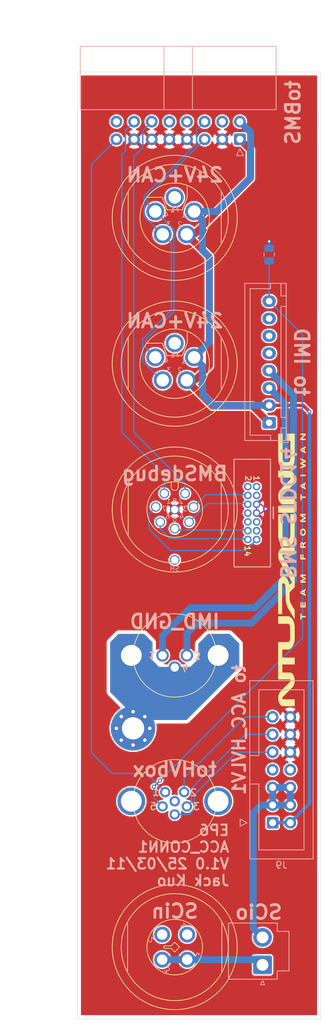
<source format=kicad_pcb>
(kicad_pcb (version 20240108) (generator "pcbnew") (generator_version "8.0")
  (title_block (title "ACC_CONN1") (date "2025-03-11") (rev "1.0") (company "NTURacing") (comment 1 "Jack Kuo"))
  (layers (0 "F.Cu" signal) (31 "B.Cu" signal) (34 "B.Paste" user) (35 "F.Paste" user) (36 "B.SilkS" user "B.Silkscreen") (37 "F.SilkS" user "F.Silkscreen") (38 "B.Mask" user) (39 "F.Mask" user) (44 "Edge.Cuts" user))
  (net 0 "")
  (net 2 "/GND_E")
  (net 3 "GND")
  (net 4 "+24V")
  (net 5 "/GND_KE")
  (net 6 "/IMD_OK")
  (net 7 "/MLS")
  (net 8 "/MHS")
  (net 12 "/IMD_GND_SH")
  (net 15 "/UART1__TX")
  (net 17 "/CANH")
  (net 18 "/UART2__RX")
  (net 20 "GNDPWR")
  (net 21 "/UART2__TX")
  (net 22 "/UART1__RX")
  (net 23 "/CANL")
  (net 24 "/DC_deactivate_24V")
  (net 25 "/HVpresent_ACC")
  (net 26 "/SC_IN")
  (net 27 "/DCDC_activate_24V")
  (net 29 "/SWD_NRST")
  (net 30 "/SWD_SWCLK")
  (net 31 "/SWD_SWDIO")
  (net 32 "+3V3")
  (net 33 "/T_VCP_TX")
  (net 34 "/GNDDetect")
  (net 37 "/T_VCP_RX")
  (net 43 "/SC_INbox")
  (net 44 "/BMSerrorOut")
  (footprint "nturt_kicad_lib_EP6:NianYeong-M12-T-M4P" (layer "F.Cu") (at 134 156 135)
    (property "Reference" "J4" (hide yes))
    (property "Value" "SC_2P")
  )
  (footprint "nturt_kicad_lib_EP6:NianYeong-M12-L-F5P" (layer "F.Cu") (at 134 51)
    (property "Reference" "J5" (hide yes))
    (property "Value" "24V_CAN_4P")
  )
  (footprint "nturt_kicad_lib_EP6:WP-06F3-09-11" (layer "F.Cu") (at 134 135)
    (property "Reference" "J3" (hide yes))
    (property "Value" "toHVbox")
  )
  (footprint "MountingHole:MountingHole_3.2mm_M3_Pad_Via" (layer "F.Cu") (at 128 124.5)
    (property "Reference" "H1" (hide yes))
    (property "Value" "IMD_GND_MOUNT")
  )
  (footprint "nturt_kicad_lib_EP6:NianYeong-M12-A-F8P-Shield" (layer "F.Cu") (at 134 93)
    (property "Reference" "J7" (hide yes))
    (property "Value" "BMSmaster_debug")
  )
  (footprint "nturt_kicad_lib_EP6:WP-03F3-09-11" (layer "F.Cu") (at 134 114 180)
    (property "Reference" "J2" (hide yes))
    (property "Value" "IMD_GND_3P")
  )
  (footprint "nturt_kicad_lib_EP6:NianYeong-M12-L-F5P" (layer "F.Cu") (at 134 72)
    (property "Reference" "J6" (hide yes))
    (property "Value" "24V_CAN_4P")
  )
  (footprint "Connector_IDC:IDC-Header_2x08_P2.54mm_Horizontal" (layer "B.Cu") (at 143.39 39.6975 90)
    (property "Reference" "J8" (hide yes))
    (property "Value" "toBMSmaster")
  )
  (footprint "Connector_IDC:IDC-Header_2x07_P2.54mm_Vertical" (layer "B.Cu") (at 148.1 138.09)
    (property "Reference" "J9")
    (property "Value" "to ACC_HVLV1")
  )
  (footprint "Resistor_SMD:R_0805_2012Metric" (layer "B.Cu") (at 147.6 56.3 90)
    (property "Reference" "R2" (hide yes))
    (property "Value" "2k2")
  )
  (footprint "nturt_kicad_lib_EP6:box_header_14P_pitch127" (layer "B.Cu") (at 145.8 89.7 90)
    (property "Reference" "J10" (hide yes))
    (property "Value" "STDC14")
  )
  (footprint "Connector_JST:JST_VH_B2P-VH_1x02_P3.96mm_Vertical" (layer "B.Cu") (at 146.65 158.5575 90)
    (property "Reference" "J11" (hide yes))
    (property "Value" "SC_interlock")
  )
  (footprint "Connector_JST:JST_XH_B8B-XH-A_1x08_P2.50mm_Vertical" (layer "B.Cu") (at 147.6 80.5 90)
    (property "Reference" "J1" (hide yes))
    (property "Value" "to IMD")
  )
  (gr_poly (pts (xy 152.090873 104.92175) (xy 152.091022 104.908953) (xy 152.09127 104.897005) (xy 152.091617 104.885897) (xy 152.092063 104.87562) (xy 152.092609 104.866165) (xy 152.093254 104.857522) (xy 152.093998 104.849682) (xy 152.094841 104.842636) (xy 152.095784 104.836374) (xy 152.096826 104.830888) (xy 152.097967 104.826167) (xy 152.099207 104.822203) (xy 152.099864 104.820502) (xy 152.100546 104.818986) (xy 152.101253 104.817655) (xy 152.101985 104.816507) (xy 152.102742 104.815541) (xy 152.103523 104.814757) (xy 152.12846 104.800667) (xy 152.186338 104.769513) (xy 152.268424 104.726055) (xy 152.365989 104.675056) (xy 152.576598 104.565254) (xy 152.667813 104.517298) (xy 152.733231 104.482439) (xy 152.852823 104.419998) (xy 152.852823 104.652831) (xy 152.780857 104.688815) (xy 152.709948 104.724797) (xy 152.706773 104.93223) (xy 152.704656 105.140723) (xy 152.778739 105.177765) (xy 152.852823 105.214807) (xy 152.852823 105.325932) (xy 152.852765 105.346699) (xy 152.852556 105.365016) (xy 152.852146 105.380989) (xy 152.85185 105.388129) (xy 152.851483 105.394723) (xy 152.851041 105.400784) (xy 152.850517 105.406324) (xy 152.849904 105.411358) (xy 152.849195 105.415898) (xy 152.848385 105.419957) (xy 152.847467 105.423549) (xy 152.846435 105.426687) (xy 152.845282 105.429383) (xy 152.844002 105.431652) (xy 152.842589 105.433506) (xy 152.84183 105.434282) (xy 152.841035 105.434959) (xy 152.840204 105.435538) (xy 152.839335 105.436023) (xy 152.838428 105.436413) (xy 152.837483 105.436712) (xy 152.835471 105.437039) (xy 152.833294 105.437017) (xy 152.830945 105.436659) (xy 152.828418 105.435979) (xy 152.825706 105.43499) (xy 152.822803 105.433705) (xy 152.819702 105.432136) (xy 152.816398 105.430298) (xy 152.812884 105.428203) (xy 152.805198 105.423297) (xy 152.771546 105.404231) (xy 152.695528 105.363634) (xy 152.55649 105.291014) (xy 152.55649 105.06664) (xy 152.55649 104.934348) (xy 152.556393 104.907697) (xy 152.556109 104.88287) (xy 152.555652 104.860399) (xy 152.555034 104.840818) (xy 152.554268 104.82466) (xy 152.553364 104.812458) (xy 152.552865 104.808007) (xy 152.552337 104.804746) (xy 152.551781 104.80274) (xy 152.551492 104.802229) (xy 152.551198 104.802057) (xy 152.547467 104.803353) (xy 152.539011 104.807067) (xy 152.510055 104.820709) (xy 152.468598 104.8409) (xy 152.418906 104.865556) (xy 152.369595 104.89041) (xy 152.348027 104.901442) (xy 152.329213 104.911197) (xy 152.313672 104.919413) (xy 152.301927 104.925831) (xy 152.294498 104.93019) (xy 152.292565 104.931516) (xy 152.292072 104.931952) (xy 152.291906 104.93223) (xy 152.294596 104.933971) (xy 152.302308 104.938217) (xy 152.330668 104.953133) (xy 152.424198 105.001023) (xy 152.55649 105.06664) (xy 152.55649 105.291014) (xy 152.46124 105.241264) (xy 152.333925 105.175631) (xy 152.226157 105.119424) (xy 152.114106 105.06029) (xy 152.110357 105.057574) (xy 152.107029 105.054881) (xy 152.104098 105.05206) (xy 152.101539 105.048963) (xy 152.099327 105.045437) (xy 152.097438 105.041333) (xy 152.095846 105.0365) (xy 152.094527 105.030789) (xy 152.093457 105.024048) (xy 152.092609 105.016127) (xy 152.09196 105.006876) (xy 152.091485 104.996145) (xy 152.090955 104.969639) (xy 152.090823 104.935407)) (stroke (width -0.000001)) (fill solid) (layer "F.SilkS"))
  (gr_poly (pts (xy 152.351173 82.525198) (xy 152.611523 82.270143) (xy 152.090823 82.270143) (xy 152.090823 82.069057) (xy 152.852823 82.069057) (xy 152.852823 82.289193) (xy 152.590356 82.544248) (xy 152.328948 82.799307) (xy 152.852823 82.799307) (xy 152.852823 83.000393) (xy 152.090823 83.000393) (xy 152.090823 82.780257)) (stroke (width -0.000001)) (fill solid) (layer "F.SilkS"))
  (gr_poly (pts (xy 152.260156 90.810893) (xy 152.260156 91.12839) (xy 152.853881 91.12839) (xy 152.850706 91.23105) (xy 152.847531 91.334765) (xy 152.553315 91.33794) (xy 152.260156 91.340056) (xy 152.260156 91.657558) (xy 152.090823 91.657558) (xy 152.090823 90.810893)) (stroke (width -0.000001)) (fill solid) (layer "F.SilkS"))
  (gr_poly (pts (xy 152.09294 94.660048) (xy 152.096114 94.520349) (xy 152.373398 94.372184) (xy 152.481629 94.314273) (xy 152.570116 94.266085) (xy 152.604133 94.247187) (xy 152.629829 94.232581) (xy 152.646074 94.222887) (xy 152.6503 94.220075) (xy 152.65174 94.218723) (xy 152.646651 94.214895) (xy 152.632061 94.206156) (xy 152.57845 94.176125) (xy 152.499042 94.132999) (xy 152.401973 94.081142) (xy 152.2165 93.982186) (xy 152.121515 93.93086) (xy 152.090823 93.911806) (xy 152.090823 93.636642) (xy 152.853881 93.636642) (xy 152.850706 93.739298) (xy 152.847531 93.843017) (xy 152.599881 93.845133) (xy 152.503854 93.846109) (xy 152.424595 93.847382) (xy 152.393889 93.8481) (xy 152.370537 93.848854) (xy 152.355594 93.849633) (xy 152.351606 93.850028) (xy 152.350115 93.850425) (xy 152.351024 93.851492) (xy 152.35446 93.853857) (xy 152.368404 93.862214) (xy 152.421023 93.891565) (xy 152.499836 93.934213) (xy 152.596706 93.98589) (xy 152.847531 94.118184) (xy 152.847531 94.319267) (xy 152.593531 94.453673) (xy 152.555527 94.474031) (xy 152.521571 94.492311) (xy 152.491493 94.50862) (xy 152.465126 94.523061) (xy 152.442299 94.535742) (xy 152.422844 94.546766) (xy 152.414328 94.551691) (xy 152.406592 94.556241) (xy 152.399614 94.560429) (xy 152.393374 94.56427) (xy 152.38785 94.567776) (xy 152.383021 94.57096) (xy 152.378866 94.573836) (xy 152.375364 94.576416) (xy 152.372493 94.578714) (xy 152.370233 94.580743) (xy 152.368563 94.582517) (xy 152.367942 94.583311) (xy 152.367461 94.584047) (xy 152.367117 94.584726) (xy 152.366907 94.585349) (xy 152.366828 94.585917) (xy 152.366878 94.586434) (xy 152.367054 94.586899) (xy 152.367355 94.587316) (xy 152.367776 94.587684) (xy 152.368315 94.588008) (xy 152.36897 94.588287) (xy 152.369738 94.588523) (xy 152.371603 94.588875) (xy 152.373888 94.589076) (xy 152.376573 94.58914) (xy 152.466267 94.589933) (xy 152.630573 94.592315) (xy 152.847531 94.594432) (xy 152.850706 94.69709) (xy 152.853881 94.800807) (xy 152.089765 94.800807)) (stroke (width -0.000001)) (fill solid) (layer "F.SilkS"))
  (gr_poly (pts (xy 152.260156 107.998223) (xy 152.260156 108.315722) (xy 152.852823 108.315722) (xy 152.852823 108.52739) (xy 152.260156 108.52739) (xy 152.260156 108.84489) (xy 152.090823 108.84489) (xy 152.090823 107.998223)) (stroke (width -0.000001)) (fill solid) (layer "F.SilkS"))
  (gr_poly (pts (xy 148.894758 105.12609) (xy 148.895467 104.550454) (xy 148.89624 104.323583) (xy 148.897392 104.132402) (xy 148.899 103.973203) (xy 148.901139 103.84228) (xy 148.903887 103.735926) (xy 148.907318 103.650434) (xy 148.909313 103.614354) (xy 148.911508 103.582098) (xy 148.913912 103.553205) (xy 148.916535 103.527211) (xy 148.919385 103.503652) (xy 148.922473 103.482066) (xy 148.925807 103.461988) (xy 148.929398 103.442956) (xy 148.937387 103.406174) (xy 148.946515 103.368015) (xy 148.962766 103.306027) (xy 148.980928 103.246317) (xy 149.000949 103.188954) (xy 149.022781 103.134008) (xy 149.046375 103.081548) (xy 149.07168 103.031645) (xy 149.098647 102.984368) (xy 149.127226 102.939787) (xy 149.157367 102.897972) (xy 149.189022 102.858992) (xy 149.205402 102.840587) (xy 149.222141 102.822917) (xy 149.239233 102.805991) (xy 149.256673 102.789818) (xy 149.274454 102.774406) (xy 149.29257 102.759763) (xy 149.311014 102.745899) (xy 149.329781 102.732823) (xy 149.348864 102.720543) (xy 149.368257 102.709067) (xy 149.387954 102.698405) (xy 149.407949 102.688565) (xy 149.428028 102.679392) (xy 149.437077 102.675612) (xy 149.445751 102.672326) (xy 149.454264 102.669499) (xy 149.462829 102.667097) (xy 149.471661 102.665085) (xy 149.480974 102.66343) (xy 149.490981 102.662097) (xy 149.501896 102.661052) (xy 149.513934 102.660262) (xy 149.527309 102.659692) (xy 149.558922 102.659076) (xy 149.598449 102.658932) (xy 149.634283 102.659499) (xy 149.66466 102.660502) (xy 149.678113 102.661208) (xy 149.690573 102.662075) (xy 149.702165 102.663118) (xy 149.713013 102.664355) (xy 149.723241 102.665803) (xy 149.732973 102.667478) (xy 149.742332 102.669399) (xy 149.751444 102.671582) (xy 149.760431 102.674044) (xy 149.769419 102.676801) (xy 149.77853 102.679872) (xy 149.78789 102.683274) (xy 149.851246 102.710305) (xy 149.912649 102.743654) (xy 149.971981 102.78314) (xy 150.029124 102.828579) (xy 150.08396 102.879792) (xy 150.136371 102.936597) (xy 150.18624 102.998813) (xy 150.233448 103.066257) (xy 150.277879 103.13875) (xy 150.319413 103.216108) (xy 150.357934 103.298152) (xy 150.393323 103.384699) (xy 150.425462 103.475569) (xy 150.454235 103.570579) (xy 150.479522 103.669549) (xy 150.501207 103.772297) (xy 150.520257 103.870724) (xy 150.717106 103.671756) (xy 150.915015 103.473848) (xy 149.993207 101.939265) (xy 149.333733 100.835952) (xy 149.126283 100.485512) (xy 149.041765 100.339066) (xy 149.024693 100.298669) (xy 149.007783 100.254217) (xy 148.991294 100.206515) (xy 148.975487 100.15637) (xy 148.960623 100.104589) (xy 148.946962 100.051976) (xy 148.934764 99.999338) (xy 148.92429 99.947482) (xy 148.918709 99.913586) (xy 148.913874 99.877576) (xy 148.906447 99.80039) (xy 148.902022 99.718268) (xy 148.90061 99.633553) (xy 148.902224 99.548591) (xy 148.906877 99.465724) (xy 148.914581 99.387297) (xy 148.919581 99.350481) (xy 148.925348 99.315655) (xy 148.942129 99.233004) (xy 148.962212 99.153466) (xy 148.985452 99.077252) (xy 149.011702 99.004572) (xy 149.02591 98.969624) (xy 149.040817 98.935638) (xy 149.056403 98.902641) (xy 149.072651 98.87066) (xy 149.089542 98.839721) (xy 149.107059 98.80985) (xy 149.125182 98.781073) (xy 149.143894 98.753417) (xy 149.163177 98.726908) (xy 149.183012 98.701573) (xy 149.203381 98.677438) (xy 149.224266 98.654529) (xy 149.245648 98.632872) (xy 149.26751 98.612495) (xy 149.289833 98.593423) (xy 149.312599 98.575683) (xy 149.33579 98.5593) (xy 149.359388 98.544302) (xy 149.383373 98.530715) (xy 149.407729 98.518565) (xy 149.432437 98.507878) (xy 149.457479 98.498682) (xy 149.482836 98.491001) (xy 149.50849 98.484863) (xy 149.534543 98.481633) (xy 149.582177 98.47906) (xy 149.749526 98.475736) (xy 150.025221 98.474595) (xy 150.423949 98.47534) (xy 151.281199 98.478515) (xy 151.284373 98.972757) (xy 151.28649 99.468057) (xy 149.570932 99.468057) (xy 149.545532 99.493455) (xy 149.541353 99.497905) (xy 149.53735 99.502707) (xy 149.529884 99.513295) (xy 149.523156 99.525068) (xy 149.517188 99.537873) (xy 149.512002 99.551559) (xy 149.507618 99.565973) (xy 149.504059 99.580964) (xy 149.501346 99.59638) (xy 149.499502 99.612068) (xy 149.498548 99.627878) (xy 149.498505 99.643656) (xy 149.499395 99.659252) (xy 149.50124 99.674512) (xy 149.504063 99.689286) (xy 149.507883 99.703421) (xy 149.512724 99.716765) (xy 149.782069 100.173171) (xy 150.407015 101.21854) (xy 151.28649 102.683274) (xy 151.28649 104.172348) (xy 150.916073 104.542765) (xy 150.545657 104.913181) (xy 150.545657 105.38414) (xy 150.546304 105.575584) (xy 150.54865 105.732017) (xy 150.55065 105.799154) (xy 150.553303 105.859999) (xy 150.556684 105.915371) (xy 150.56087 105.96609) (xy 150.565937 106.012978) (xy 150.57196 106.056853) (xy 150.579016 106.098536) (xy 150.58718 106.138847) (xy 150.596528 106.178606) (xy 150.607137 106.218633) (xy 150.619082 106.259748) (xy 150.63244 106.302772) (xy 150.65101 106.358846) (xy 150.670871 106.411434) (xy 150.695394 106.466874) (xy 150.727955 106.531505) (xy 150.771925 106.611663) (xy 150.830679 106.713687) (xy 151.006032 107.008681) (xy 151.28649 107.476464) (xy 151.284373 108.14639) (xy 151.281199 108.816314) (xy 150.820823 108.050082) (xy 150.532262 107.568011) (xy 150.436735 107.406921) (xy 150.366534 107.286759) (xy 150.316275 107.198247) (xy 150.296943 107.162961) (xy 150.280577 107.132109) (xy 150.266506 107.104532) (xy 150.254057 107.079069) (xy 150.231332 107.029848) (xy 150.209332 106.978247) (xy 150.187843 106.924078) (xy 150.146748 106.809367) (xy 150.108753 106.68838) (xy 150.074566 106.563784) (xy 150.044894 106.438245) (xy 150.020442 106.31443) (xy 150.00192 106.195006) (xy 149.995102 106.137774) (xy 149.990032 106.082639) (xy 149.98689 106.050824) (xy 149.983946 106.02258) (xy 149.982611 106.010789) (xy 149.9814 106.001082) (xy 149.980337 105.993856) (xy 149.97987 105.991297) (xy 149.979448 105.989506) (xy 149.977266 105.913141) (xy 149.97548 105.715133) (xy 149.973098 105.074047) (xy 149.972216 104.756655) (xy 149.9708 104.511941) (xy 149.969725 104.413225) (xy 149.968317 104.328345) (xy 149.966509 104.255854) (xy 149.964235 104.194309) (xy 149.961427 104.142263) (xy 149.958019 104.098273) (xy 149.953945 104.060894) (xy 149.949137 104.02868) (xy 149.943529 104.000187) (xy 149.937055 103.973969) (xy 149.929648 103.948583) (xy 149.92124 103.922583) (xy 149.908571 103.887949) (xy 149.894447 103.854764) (xy 149.878978 103.823139) (xy 149.862271 103.793184) (xy 149.844436 103.765009) (xy 149.825581 103.738723) (xy 149.805814 103.714438) (xy 149.785244 103.692262) (xy 149.774692 103.682) (xy 149.76398 103.672306) (xy 149.753121 103.663195) (xy 149.74213 103.654681) (xy 149.731019 103.646776) (xy 149.719802 103.639495) (xy 149.708493 103.632852) (xy 149.697105 103.62686) (xy 149.685652 103.621533) (xy 149.674148 103.616885) (xy 149.662605 103.61293) (xy 149.651039 103.609681) (xy 149.639461 103.607152) (xy 149.627886 103.605357) (xy 149.616327 103.604309) (xy 149.604799 103.604023) (xy 149.594459 103.604389) (xy 149.584835 103.605112) (xy 149.575875 103.60623) (xy 149.571627 103.606948) (xy 149.567525 103.607777) (xy 149.563563 103.608723) (xy 149.559734 103.609789) (xy 149.556031 103.61098) (xy 149.552448 103.612302) (xy 149.548978 103.613757) (xy 149.545615 103.615351) (xy 149.542352 103.617088) (xy 149.539182 103.618972) (xy 149.536099 103.621008) (xy 149.533096 103.623201) (xy 149.530167 103.625554) (xy 149.527304 103.628073) (xy 149.524503 103.630762) (xy 149.521755 103.633624) (xy 149.519054 103.636666) (xy 149.516394 103.63989) (xy 149.513769 103.643303) (xy 149.511171 103.646907) (xy 149.50603 103.654709) (xy 149.500921 103.663333) (xy 149.49579 103.672814) (xy 149.471449 103.717265) (xy 149.468273 105.883673) (xy 149.466157 108.05114) (xy 148.894657 108.05114) (xy 148.894657 105.888965)) (stroke (width -0.000001)) (fill solid) (layer "F.SilkS"))
  (gr_poly (pts (xy 152.462298 84.1) (xy 152.72741 83.961358) (xy 152.810258 83.91843) (xy 152.833785 83.906516) (xy 152.843298 83.902093) (xy 152.843791 83.902045) (xy 152.844277 83.902294) (xy 152.845226 83.903655) (xy 152.846142 83.90612) (xy 152.847018 83.909633) (xy 152.848637 83.919579) (xy 152.850045 83.933047) (xy 152.851204 83.949592) (xy 152.852079 83.968765) (xy 152.852631 83.990122) (xy 152.852823 84.013216) (xy 152.852823 84.128572) (xy 152.778739 84.16456) (xy 152.704656 84.20054) (xy 152.704656 84.618581) (xy 152.775565 84.653506) (xy 152.847531 84.688432) (xy 152.850706 84.801675) (xy 152.851002 84.824818) (xy 152.851087 84.846324) (xy 152.850948 84.865745) (xy 152.850574 84.882637) (xy 152.849952 84.896552) (xy 152.849544 84.902254) (xy 152.849069 84.907044) (xy 152.848527 84.910867) (xy 152.847914 84.913666) (xy 152.847581 84.914665) (xy 152.84723 84.915387) (xy 152.846861 84.915825) (xy 152.846473 84.915973) (xy 152.816096 84.901305) (xy 152.737597 84.861336) (xy 152.54842 84.763351) (xy 152.54842 84.532884) (xy 152.548816 84.532571) (xy 152.549602 84.53096) (xy 152.550376 84.528091) (xy 152.551132 84.524027) (xy 152.552562 84.51258) (xy 152.553844 84.497139) (xy 152.554927 84.478226) (xy 152.555762 84.456361) (xy 152.556299 84.432065) (xy 152.55649 84.40586) (xy 152.55649 84.274624) (xy 152.424198 84.339184) (xy 152.397851 84.352037) (xy 152.373166 84.36422) (xy 152.350714 84.37546) (xy 152.331065 84.385485) (xy 152.314789 84.394022) (xy 152.302457 84.400798) (xy 152.297948 84.40344) (xy 152.294639 84.40554) (xy 152.292601 84.407064) (xy 152.292082 84.407598) (xy 152.291906 84.407976) (xy 152.294306 84.40989) (xy 152.301132 84.413862) (xy 152.325823 84.426892) (xy 152.403693 84.465653) (xy 152.489699 84.506796) (xy 152.52456 84.522804) (xy 152.548023 84.532858) (xy 152.54842 84.532884) (xy 152.54842 84.763351) (xy 152.483464 84.729707) (xy 152.108815 84.532858) (xy 152.105997 84.531328) (xy 152.103484 84.529447) (xy 152.101259 84.527114) (xy 152.099306 84.524226) (xy 152.097607 84.52068) (xy 152.096146 84.516375) (xy 152.094904 84.511208) (xy 152.093866 84.505076) (xy 152.093013 84.497878) (xy 152.09233 84.489511) (xy 152.091402 84.468861) (xy 152.090945 84.442307) (xy 152.090823 84.409031) (xy 152.090823 84.293675)) (stroke (width -0.000001)) (fill solid) (layer "F.SilkS"))
  (gr_poly (pts (xy 148.899949 93.684264) (xy 149.524365 93.684264) (xy 149.526482 95.242131) (xy 149.527534 95.807762) (xy 149.528135 96.034424) (xy 149.528946 96.227654) (xy 149.530085 96.390454) (xy 149.531672 96.525829) (xy 149.533827 96.63678) (xy 149.535154 96.684035) (xy 149.536668 96.726311) (xy 149.538384 96.763982) (xy 149.540316 96.797424) (xy 149.542479 96.827013) (xy 149.544889 96.853123) (xy 149.54756 96.87613) (xy 149.550507 96.89641) (xy 149.553745 96.914338) (xy 149.557289 96.930289) (xy 149.561154 96.944638) (xy 149.565355 96.957762) (xy 149.569907 96.970034) (xy 149.574824 96.981832) (xy 149.585815 97.005502) (xy 149.598449 97.031775) (xy 149.60751 97.050448) (xy 149.616467 97.068006) (xy 149.625365 97.084497) (xy 149.63425 97.099971) (xy 149.643165 97.114477) (xy 149.652157 97.128066) (xy 149.661269 97.140786) (xy 149.670547 97.152688) (xy 149.680037 97.163822) (xy 149.689781 97.174235) (xy 149.699827 97.183979) (xy 149.710218 97.193103) (xy 149.721 97.201657) (xy 149.732218 97.209689) (xy 149.743916 97.217251) (xy 149.75614 97.224391) (xy 149.810115 97.256141) (xy 150.088457 97.256141) (xy 150.170641 97.256019) (xy 150.236144 97.255562) (xy 150.263349 97.255166) (xy 150.287235 97.254634) (xy 150.308086 97.253951) (xy 150.326185 97.253098) (xy 150.341816 97.25206) (xy 150.355262 97.250818) (xy 150.366808 97.249357) (xy 150.376737 97.247658) (xy 150.385332 97.245705) (xy 150.392878 97.24348) (xy 150.399659 97.240967) (xy 150.405957 97.238149) (xy 150.417859 97.231915) (xy 150.429734 97.224742) (xy 150.441557 97.216657) (xy 150.453301 97.207688) (xy 150.464939 97.197864) (xy 150.476445 97.187212) (xy 150.487794 97.17576) (xy 150.498958 97.163536) (xy 150.509911 97.150567) (xy 150.520627 97.136883) (xy 150.531079 97.12251) (xy 150.541242 97.107477) (xy 150.551088 97.091811) (xy 150.560591 97.075541) (xy 150.569726 97.058694) (xy 150.578465 97.041298) (xy 150.605449 96.986258) (xy 150.625263 96.933562) (xy 150.639075 96.857774) (xy 150.64805 96.733455) (xy 150.653354 96.535168) (xy 150.656153 96.237477) (xy 150.658898 95.242131) (xy 150.663132 93.678972) (xy 151.287549 93.678972) (xy 151.283315 95.295048) (xy 151.280752 96.150579) (xy 151.279129 96.440356) (xy 151.277097 96.655272) (xy 151.27452 96.808177) (xy 151.27126 96.911918) (xy 151.269332 96.949368) (xy 151.267182 96.979346) (xy 151.264793 97.003457) (xy 151.262148 97.023308) (xy 151.247453 97.111201) (xy 151.230754 97.196277) (xy 151.212058 97.278522) (xy 151.191372 97.357923) (xy 151.168702 97.434464) (xy 151.144053 97.508133) (xy 151.117433 97.578916) (xy 151.088846 97.646797) (xy 151.0583 97.711765) (xy 151.025801 97.773803) (xy 150.991355 97.8329) (xy 150.954967 97.889039) (xy 150.916645 97.942209) (xy 150.876394 97.992394) (xy 150.834221 98.039581) (xy 150.790132 98.083756) (xy 150.770679 98.1018) (xy 150.751932 98.118672) (xy 150.733782 98.134441) (xy 150.716115 98.149174) (xy 150.698819 98.16294) (xy 150.681785 98.175806) (xy 150.664899 98.187841) (xy 150.64805 98.199114) (xy 150.631127 98.209693) (xy 150.614018 98.219644) (xy 150.596612 98.229038) (xy 150.578796 98.237942) (xy 150.560459 98.246425) (xy 150.54149 98.254553) (xy 150.521776 98.262397) (xy 150.501207 98.270023) (xy 150.423949 98.298599) (xy 149.757198 98.298599) (xy 149.67994 98.270023) (xy 149.662916 98.263519) (xy 149.644751 98.256084) (xy 149.62599 98.247979) (xy 149.60718 98.239465) (xy 149.588866 98.230801) (xy 149.571593 98.22225) (xy 149.555908 98.214071) (xy 149.542357 98.206524) (xy 149.525011 98.195666) (xy 149.506086 98.182313) (xy 149.485837 98.166724) (xy 149.46452 98.149159) (xy 149.44239 98.129876) (xy 149.419704 98.109134) (xy 149.396717 98.087193) (xy 149.373685 98.06431) (xy 149.350864 98.040745) (xy 149.328509 98.016757) (xy 149.306877 97.992605) (xy 149.286224 97.968548) (xy 149.266804 97.944843) (xy 149.248874 97.921752) (xy 149.23269 97.899532) (xy 149.218507 97.878441) (xy 149.185815 97.825958) (xy 149.154815 97.771709) (xy 149.12551 97.715714) (xy 149.097906 97.657993) (xy 149.072008 97.598568) (xy 149.04782 97.537457) (xy 149.025346 97.474681) (xy 149.004591 97.41026) (xy 148.985561 97.344214) (xy 148.968259 97.276565) (xy 148.95269 97.20733) (xy 148.938859 97.136532) (xy 148.92677 97.064189) (xy 148.916429 96.990322) (xy 148.90784 96.914952) (xy 148.901007 96.838098) (xy 148.89889 95.240016)) (stroke (width -0.000001)) (fill solid) (layer "F.SilkS"))
  (gr_poly (pts (xy 148.897832 114.768381) (xy 148.899949 112.078097) (xy 149.630199 112.072806) (xy 150.360449 112.067514) (xy 150.41019 112.038939) (xy 150.420736 112.032211) (xy 150.43096 112.0251) (xy 150.440886 112.01757) (xy 150.450539 112.009586) (xy 150.459944 112.001113) (xy 150.469126 111.992114) (xy 150.478109 111.982553) (xy 150.486919 111.972396) (xy 150.49558 111.961606) (xy 150.504117 111.950148) (xy 150.512555 111.937987) (xy 150.520918 111.925085) (xy 150.529232 111.911409) (xy 150.537521 111.896922) (xy 150.54581 111.881588) (xy 150.554123 111.865373) (xy 150.57844 111.816855) (xy 150.596457 111.771909) (xy 150.603397 111.746217) (xy 150.609115 111.715949) (xy 150.617359 111.634392) (xy 150.62213 111.51265) (xy 150.62437 111.33614) (xy 150.625032 110.760472) (xy 150.624951 110.478805) (xy 150.624585 110.261121) (xy 150.623748 110.098281) (xy 150.623095 110.03457) (xy 150.622254 109.981142) (xy 150.621202 109.936855) (xy 150.619916 109.900566) (xy 150.618372 109.871133) (xy 150.616548 109.847412) (xy 150.614421 109.828262) (xy 150.611966 109.812539) (xy 150.60916 109.799101) (xy 150.605982 109.786806) (xy 150.597407 109.758765) (xy 150.587986 109.731448) (xy 150.577765 109.704934) (xy 150.56679 109.679302) (xy 150.555109 109.654632) (xy 150.542767 109.631002) (xy 150.529811 109.60849) (xy 150.516288 109.587178) (xy 150.502244 109.567143) (xy 150.487726 109.548464) (xy 150.472779 109.531221) (xy 150.457451 109.515493) (xy 150.449659 109.508221) (xy 150.441789 109.501358) (xy 150.433846 109.494913) (xy 150.425838 109.488896) (xy 150.417769 109.483317) (xy 150.409645 109.478186) (xy 150.401473 109.473513) (xy 150.393257 109.469307) (xy 150.376386 109.461967) (xy 150.354132 109.456425) (xy 150.317838 109.452396) (xy 150.258848 109.449595) (xy 150.038153 109.446536) (xy 149.62279 109.444965) (xy 148.899949 109.442848) (xy 148.899949 108.363348) (xy 150.402782 108.363348) (xy 150.476865 108.387688) (xy 150.497394 108.394947) (xy 150.517721 108.402842) (xy 150.537864 108.411392) (xy 150.557844 108.420613) (xy 150.577682 108.430522) (xy 150.597397 108.441136) (xy 150.61701 108.452473) (xy 150.636541 108.46455) (xy 150.65601 108.477383) (xy 150.675437 108.49099) (xy 150.694842 108.505387) (xy 150.714246 108.520592) (xy 150.733668 108.536622) (xy 150.753129 108.553494) (xy 150.772649 108.571225) (xy 150.792248 108.589831) (xy 150.835418 108.633814) (xy 150.876805 108.6808) (xy 150.916392 108.730741) (xy 150.954157 108.783589) (xy 150.99008 108.839295) (xy 151.024141 108.897812) (xy 151.05632 108.959092) (xy 151.086597 109.023086) (xy 151.114952 109.089747) (xy 151.141364 109.159026) (xy 151.165813 109.230876) (xy 151.18828 109.305248) (xy 151.208744 109.382094) (xy 151.227184 109.461366) (xy 151.243581 109.543017) (xy 151.257915 109.626997) (xy 151.271376 109.7325) (xy 151.275514 109.797927) (xy 151.278288 109.888406) (xy 151.280835 110.194331) (xy 151.281199 110.74989) (xy 151.280537 111.214713) (xy 151.279636 111.389385) (xy 151.278288 111.530013) (xy 151.276444 111.639933) (xy 151.274054 111.722481) (xy 151.27107 111.780993) (xy 151.26744 111.818805) (xy 151.253625 111.910876) (xy 151.237588 112.000138) (xy 151.219336 112.086564) (xy 151.19888 112.170123) (xy 151.176228 112.250786) (xy 151.151391 112.328524) (xy 151.124377 112.403306) (xy 151.095196 112.475105) (xy 151.063857 112.54389) (xy 151.030369 112.609631) (xy 150.994742 112.6723) (xy 150.956985 112.731866) (xy 150.917107 112.788301) (xy 150.875117 112.841575) (xy 150.831025 112.891659) (xy 150.78484 112.938522) (xy 150.766025 112.956242) (xy 150.747623 112.972924) (xy 150.729553 112.988624) (xy 150.711732 113.003395) (xy 150.69408 113.017291) (xy 150.676512 113.030368) (xy 150.658947 113.042678) (xy 150.641304 113.054277) (xy 150.623499 113.065219) (xy 150.60545 113.075558) (xy 150.587077 113.085347) (xy 150.568295 113.094643) (xy 150.549024 113.103498) (xy 150.52918 113.111967) (xy 150.508682 113.120104) (xy 150.487448 113.127964) (xy 150.402782 113.157598) (xy 149.949815 113.160772) (xy 149.497907 113.163948) (xy 149.497907 114.316472) (xy 151.28649 114.316472) (xy 151.28649 115.311306) (xy 149.497907 115.311306) (xy 149.497907 116.464889) (xy 150.07364 116.464889) (xy 150.28868 116.465054) (xy 150.376133 116.465447) (xy 150.45173 116.466212) (xy 150.51661 116.467473) (xy 150.571916 116.469354) (xy 150.596336 116.470566) (xy 150.618789 116.471979) (xy 150.639419 116.473609) (xy 150.658369 116.475472) (xy 150.675781 116.477583) (xy 150.691798 116.479958) (xy 150.706561 116.482611) (xy 150.720215 116.48556) (xy 150.732902 116.488818) (xy 150.744764 116.492402) (xy 150.755943 116.496326) (xy 150.766584 116.500608) (xy 150.776827 116.505261) (xy 150.786816 116.510302) (xy 150.796693 116.515746) (xy 150.806602 116.521609) (xy 150.827082 116.534652) (xy 150.849398 116.549556) (xy 150.891767 116.580466) (xy 150.932316 116.615561) (xy 150.970986 116.654712) (xy 151.007718 116.697788) (xy 151.042454 116.74466) (xy 151.075133 116.795196) (xy 151.105698 116.849267) (xy 151.13409 116.906743) (xy 151.160249 116.967493) (xy 151.184117 117.031386) (xy 151.205634 117.098294) (xy 151.224743 117.168085) (xy 151.241383 117.240629) (xy 151.255497 117.315797) (xy 151.267024 117.393457) (xy 151.275907 117.47348) (xy 151.280129 117.528071) (xy 151.282497 117.583376) (xy 151.283041 117.639217) (xy 151.281794 117.695416) (xy 151.278785 117.751795) (xy 151.274046 117.808176) (xy 151.267609 117.86438) (xy 151.259503 117.920229) (xy 151.24976 117.975545) (xy 151.23841 118.030149) (xy 151.225486 118.083864) (xy 151.211018 118.13651) (xy 151.195036 118.187909) (xy 151.177573 118.237884) (xy 151.158658 118.286256) (xy 151.138324 118.332847) (xy 151.112547 118.384964) (xy 151.081537 118.436051) (xy 151.061225 118.464328) (xy 151.03619 118.496093) (xy 150.967402 118.575073) (xy 150.866071 118.682975) (xy 150.723093 118.829784) (xy 150.275782 119.280055) (xy 150.094323 119.461863) (xy 149.939133 119.61811) (xy 149.809392 119.749627) (xy 149.704282 119.857244) (xy 149.622984 119.941793) (xy 149.564681 120.004104) (xy 149.543896 120.02718) (xy 149.528553 120.045009) (xy 149.518549 120.057694) (xy 149.513782 120.065338) (xy 149.508731 120.079649) (xy 149.504681 120.094695) (xy 149.501613 120.110317) (xy 149.499511 120.126358) (xy 149.498358 120.142659) (xy 149.498136 120.159063) (xy 149.498829 120.175411) (xy 149.50042 120.191545) (xy 149.502892 120.207307) (xy 149.506227 120.222538) (xy 149.510408 120.237081) (xy 149.515419 120.250778) (xy 149.521242 120.26347) (xy 149.524453 120.26939) (xy 149.52786 120.275) (xy 149.531463 120.280279) (xy 149.535257 120.285209) (xy 149.539242 120.289768) (xy 149.543415 120.293938) (xy 149.567757 120.317222) (xy 150.425007 120.319338) (xy 151.281199 120.322514) (xy 151.284373 120.816755) (xy 151.28649 121.312055) (xy 150.402782 121.312055) (xy 150.117257 121.31197) (xy 149.899958 121.311575) (xy 149.813687 121.311196) (xy 149.740627 121.31066) (xy 149.679494 121.309941) (xy 149.629008 121.309012) (xy 149.587885 121.307848) (xy 149.554844 121.306422) (xy 149.540953 121.305603) (xy 149.528602 121.304708) (xy 149.517631 121.303734) (xy 149.507878 121.302679) (xy 149.499185 121.301538) (xy 149.49139 121.300309) (xy 149.484333 121.298988) (xy 149.477854 121.297571) (xy 149.46599 121.29444) (xy 149.454515 121.290888) (xy 149.401989 121.269632) (xy 149.351261 121.242131) (xy 149.302469 121.208614) (xy 149.255747 121.169312) (xy 149.211233 121.124454) (xy 149.169063 121.074269) (xy 149.129373 121.018987) (xy 149.092301 120.958836) (xy 149.057981 120.894048) (xy 149.026552 120.82485) (xy 148.998148 120.751472) (xy 148.972907 120.674145) (xy 148.950966 120.593096) (xy 148.932459 120.508557) (xy 148.917525 120.420755) (xy 148.906299 120.329922) (xy 148.90276 120.284816) (xy 148.900809 120.230223) (xy 148.900345 120.169355) (xy 148.901272 120.105423) (xy 148.903487 120.04164) (xy 148.906894 119.981218) (xy 148.911392 119.927369) (xy 148.916882 119.883305) (xy 148.923816 119.841294) (xy 148.931525 119.80017) (xy 148.940015 119.759906) (xy 148.949293 119.720471) (xy 148.959365 119.681836) (xy 148.970237 119.643971) (xy 148.981915 119.606847) (xy 148.994405 119.570435) (xy 149.007713 119.534705) (xy 149.021847 119.499628) (xy 149.036811 119.465174) (xy 149.052613 119.431314) (xy 149.069258 119.398018) (xy 149.086752 119.365257) (xy 149.105103 119.333002) (xy 149.124315 119.301222) (xy 149.145159 119.275473) (xy 149.189667 119.226593) (xy 149.346301 119.062965) (xy 149.587468 118.817382) (xy 149.906424 118.496889) (xy 150.087837 118.314777) (xy 150.242907 118.158387) (xy 150.372479 118.026852) (xy 150.477394 117.919303) (xy 150.558497 117.834872) (xy 150.616631 117.772691) (xy 150.637348 117.749673) (xy 150.652639 117.731891) (xy 150.66261 117.719239) (xy 150.667365 117.711605) (xy 150.672416 117.697562) (xy 150.676466 117.6829) (xy 150.679534 117.667745) (xy 150.681636 117.652223) (xy 150.682789 117.636459) (xy 150.683011 117.620578) (xy 150.682317 117.604707) (xy 150.680726 117.588971) (xy 150.678255 117.573495) (xy 150.67492 117.558406) (xy 150.670739 117.543827) (xy 150.665728 117.529886) (xy 150.659905 117.516708) (xy 150.653286 117.504418) (xy 150.64589 117.493142) (xy 150.641905 117.487924) (xy 150.637732 117.483006) (xy 150.616565 117.459722) (xy 148.894657 117.459722)) (stroke (width -0.000001)) (fill solid) (layer "F.SilkS"))
  (gr_poly (pts (xy 149.529657 82.069057) (xy 149.531773 83.933839) (xy 149.534948 85.799684) (xy 149.55929 85.868473) (xy 149.570145 85.89709) (xy 149.581292 85.924216) (xy 149.592748 85.949876) (xy 149.604534 85.974093) (xy 149.616666 85.996889) (xy 149.629165 86.018288) (xy 149.642048 86.038314) (xy 149.655334 86.05699) (xy 149.669041 86.074338) (xy 149.683189 86.090383) (xy 149.697796 86.105147) (xy 149.712881 86.118654) (xy 149.728461 86.130927) (xy 149.744556 86.141989) (xy 149.761185 86.151864) (xy 149.778365 86.160574) (xy 149.796121 86.168654) (xy 149.804638 86.171957) (xy 149.813455 86.174812) (xy 149.82298 86.177252) (xy 149.833618 86.179308) (xy 149.845774 86.181014) (xy 149.859857 86.182402) (xy 149.895423 86.184356) (xy 149.943564 86.185429) (xy 150.090574 86.185974) (xy 150.17035 86.185844) (xy 150.203604 86.185646) (xy 150.232886 86.185329) (xy 150.258535 86.18487) (xy 150.280887 86.184244) (xy 150.300282 86.18343) (xy 150.317057 86.182402) (xy 150.33155 86.18114) (xy 150.344098 86.179618) (xy 150.355041 86.177814) (xy 150.364715 86.175705) (xy 150.373459 86.173267) (xy 150.381611 86.170477) (xy 150.389509 86.167312) (xy 150.39749 86.163749) (xy 150.423144 86.150666) (xy 150.447689 86.134888) (xy 150.471083 86.1165) (xy 150.493286 86.095585) (xy 150.514254 86.072227) (xy 150.533947 86.046509) (xy 150.552322 86.018516) (xy 150.569337 85.98833) (xy 150.584951 85.956036) (xy 150.599121 85.921717) (xy 150.611806 85.885457) (xy 150.622965 85.84734) (xy 150.632554 85.80745) (xy 150.640533 85.765869) (xy 150.646859 85.722683) (xy 150.65149 85.677974) (xy 150.655376 85.535181) (xy 150.658766 85.235723) (xy 150.662074 84.330717) (xy 150.662074 83.106225) (xy 150.17524 83.106225) (xy 150.17524 82.069057) (xy 151.28649 82.069057) (xy 151.285431 83.886217) (xy 151.281727 85.20437) (xy 151.278586 85.631971) (xy 151.274848 85.820851) (xy 151.269983 85.873217) (xy 151.2641 85.924864) (xy 151.257175 85.975965) (xy 151.249184 86.026695) (xy 151.240101 86.077225) (xy 151.229902 86.127731) (xy 151.218562 86.178386) (xy 151.206057 86.229363) (xy 151.181644 86.319105) (xy 151.154124 86.40566) (xy 151.123615 86.488871) (xy 151.090235 86.568576) (xy 151.054102 86.644616) (xy 151.015333 86.716832) (xy 150.974047 86.785063) (xy 150.930361 86.849151) (xy 150.884393 86.908935) (xy 150.83626 86.964255) (xy 150.811419 86.990192) (xy 150.786081 87.014953) (xy 150.760261 87.038519) (xy 150.733974 87.060868) (xy 150.707234 87.081982) (xy 150.680056 87.101841) (xy 150.652455 87.120424) (xy 150.624445 87.137712) (xy 150.596041 87.153684) (xy 150.567259 87.168321) (xy 150.538112 87.181602) (xy 150.508615 87.193509) (xy 150.487093 87.201238) (xy 150.46562 87.207133) (xy 150.439782 87.211441) (xy 150.405163 87.21441) (xy 150.357348 87.216287) (xy 150.291921 87.217321) (xy 150.090574 87.217851) (xy 149.976679 87.217759) (xy 149.889226 87.217321) (xy 149.854035 87.216894) (xy 149.823799 87.216287) (xy 149.797966 87.215469) (xy 149.775984 87.21441) (xy 149.757301 87.213077) (xy 149.741365 87.211441) (xy 149.734254 87.210499) (xy 149.727624 87.20947) (xy 149.721404 87.208349) (xy 149.715527 87.207133) (xy 149.704521 87.2044) (xy 149.694054 87.201238) (xy 149.683575 87.197618) (xy 149.672532 87.193509) (xy 149.597547 87.160175) (xy 149.52514 87.117988) (xy 149.455533 87.067346) (xy 149.388948 87.008647) (xy 149.325606 86.942289) (xy 149.265729 86.868672) (xy 149.209538 86.788193) (xy 149.157256 86.701251) (xy 149.109103 86.608244) (xy 149.065303 86.509571) (xy 149.026075 86.40563) (xy 148.991643 86.296819) (xy 148.962228 86.183538) (xy 148.938051 86.066184) (xy 148.919334 85.945155) (xy 148.906299 85.820851) (xy 148.899816 85.210589) (xy 148.895715 83.891509) (xy 148.894657 82.069057)) (stroke (width -0.000001)) (fill solid) (layer "F.SilkS"))
  (gr_poly (pts (xy 152.09294 102.501239) (xy 152.096114 102.362599) (xy 152.847531 102.362599) (xy 152.850706 102.465255) (xy 152.853881 102.568974) (xy 152.328948 102.568974) (xy 152.58824 102.705497) (xy 152.847531 102.842024) (xy 152.850706 102.941505) (xy 152.853881 103.040988) (xy 152.594589 103.177516) (xy 152.335298 103.315099) (xy 152.594589 103.318274) (xy 152.853881 103.320391) (xy 152.850706 103.424107) (xy 152.847531 103.526765) (xy 152.482406 103.52994) (xy 152.339432 103.530337) (xy 152.220469 103.52994) (xy 152.138018 103.52875) (xy 152.114392 103.527857) (xy 152.107662 103.527336) (xy 152.104581 103.526765) (xy 152.102683 103.525754) (xy 152.100951 103.523884) (xy 152.099382 103.521114) (xy 152.097967 103.517405) (xy 152.096701 103.512717) (xy 152.095577 103.507008) (xy 152.093733 103.492368) (xy 152.092386 103.473165) (xy 152.091485 103.449075) (xy 152.09098 103.419776) (xy 152.090823 103.384947) (xy 152.090823 103.247363) (xy 152.37234 103.097081) (xy 152.412797 103.075473) (xy 152.449344 103.055831) (xy 152.482135 103.038061) (xy 152.511328 103.022071) (xy 152.53708 103.007768) (xy 152.559547 102.995059) (xy 152.578885 102.98385) (xy 152.595251 102.974049) (xy 152.608802 102.965563) (xy 152.614571 102.961784) (xy 152.619694 102.958298) (xy 152.624192 102.955095) (xy 152.628084 102.952162) (xy 152.63139 102.949488) (xy 152.634128 102.947062) (xy 152.63632 102.944871) (xy 152.637984 102.942904) (xy 152.639139 102.941149) (xy 152.639806 102.939595) (xy 152.639963 102.93889) (xy 152.640005 102.938231) (xy 152.639934 102.937616) (xy 152.639753 102.937044) (xy 152.639465 102.936513) (xy 152.639072 102.936022) (xy 152.637981 102.935155) (xy 152.610961 102.919347) (xy 152.548817 102.884886) (xy 152.356464 102.78064) (xy 152.089765 102.638821)) (stroke (width -0.000001)) (fill solid) (layer "F.SilkS"))
  (gr_poly (pts (xy 152.339531 86.776526) (xy 152.435988 86.737996) (xy 152.515082 86.705617) (xy 152.545545 86.692788) (xy 152.568578 86.682763) (xy 152.583153 86.675962) (xy 152.586946 86.673903) (xy 152.587914 86.673232) (xy 152.58824 86.672808) (xy 152.586946 86.671725) (xy 152.583153 86.669703) (xy 152.568578 86.663051) (xy 152.515082 86.640793) (xy 152.435988 86.609406) (xy 152.339531 86.572265) (xy 152.090823 86.477017) (xy 152.09294 86.361657) (xy 152.096114 86.247359) (xy 152.14374 86.228308) (xy 152.401973 86.133057) (xy 152.611523 86.055797) (xy 152.354348 85.953141) (xy 152.096114 85.849423) (xy 152.09294 85.742533) (xy 152.09269 85.720926) (xy 152.092725 85.700844) (xy 152.093033 85.682722) (xy 152.093601 85.666994) (xy 152.093979 85.660163) (xy 152.094417 85.654093) (xy 152.094915 85.648839) (xy 152.09547 85.644454) (xy 152.09608 85.640993) (xy 152.096745 85.638511) (xy 152.097098 85.637654) (xy 152.097463 85.637061) (xy 152.097841 85.636741) (xy 152.098232 85.636698) (xy 152.130494 85.648572) (xy 152.212664 85.680884) (xy 152.477115 85.786984) (xy 152.847531 85.937266) (xy 152.847531 86.167982) (xy 152.60094 86.263234) (xy 152.505806 86.300821) (xy 152.464558 86.317463) (xy 152.428828 86.332157) (xy 152.399598 86.34452) (xy 152.377847 86.354166) (xy 152.370081 86.357851) (xy 152.364553 86.360712) (xy 152.361385 86.362702) (xy 152.360724 86.363356) (xy 152.360698 86.363773) (xy 152.364142 86.365824) (xy 152.371777 86.369462) (xy 152.39774 86.380707) (xy 152.434814 86.395921) (xy 152.479232 86.413516) (xy 152.598162 86.459554) (xy 152.722648 86.508767) (xy 152.852823 86.558506) (xy 152.852823 86.784989) (xy 152.479232 86.935275) (xy 152.334273 86.993581) (xy 152.214119 87.041371) (xy 152.131271 87.073684) (xy 152.107744 87.082485) (xy 152.098232 87.085557) (xy 152.097838 87.085419) (xy 152.097451 87.085008) (xy 152.096698 87.083399) (xy 152.095976 87.080785) (xy 152.095288 87.077222) (xy 152.094027 87.067474) (xy 152.09294 87.0546) (xy 152.092051 87.039047) (xy 152.091385 87.021262) (xy 152.090968 87.001691) (xy 152.090823 86.98078) (xy 152.090823 86.876007)) (stroke (width -0.000001)) (fill solid) (layer "F.SilkS"))
  (gr_poly (pts (xy 148.895715 92.472476) (xy 151.28649 92.472476) (xy 151.28649 93.467306) (xy 150.097982 93.467306) (xy 149.635622 93.466744) (xy 149.255813 93.46519) (xy 148.997844 93.462843) (xy 148.926829 93.461434) (xy 148.901007 93.459901) (xy 148.899822 93.44838) (xy 148.898675 93.418343) (xy 148.896641 93.310806) (xy 148.895203 93.153462) (xy 148.894657 92.962484)) (stroke (width -0.000001)) (fill solid) (layer "F.SilkS"))
  (gr_poly (pts (xy 152.260156 99.457473) (xy 152.260156 99.976057) (xy 152.387156 99.976057) (xy 152.387156 99.481815) (xy 152.466531 99.479697) (xy 152.545906 99.47758) (xy 152.545906 99.976057) (xy 152.853881 99.976057) (xy 152.850706 100.078715) (xy 152.847531 100.182432) (xy 152.482406 100.185607) (xy 152.339432 100.186003) (xy 152.220469 100.185606) (xy 152.138018 100.184416) (xy 152.114392 100.183523) (xy 152.107662 100.183002) (xy 152.104581 100.182432) (xy 152.102683 100.180878) (xy 152.100951 100.177291) (xy 152.097967 100.163332) (xy 152.095577 100.139178) (xy 152.093733 100.103453) (xy 152.092386 100.05478) (xy 152.091485 99.991782) (xy 152.090823 99.817307) (xy 152.090823 99.457473)) (stroke (width -0.000001)) (fill solid) (layer "F.SilkS"))
  (gr_poly (pts (xy 149.776248 87.403058) (xy 150.030928 87.403176) (xy 150.233928 87.403604) (xy 150.391411 87.404453) (xy 150.509541 87.405836) (xy 150.594483 87.407864) (xy 150.626434 87.409155) (xy 150.652399 87.410648) (xy 150.67315 87.412359) (xy 150.689455 87.414301) (xy 150.702087 87.416488) (xy 150.711815 87.418933) (xy 150.743854 87.429753) (xy 150.775264 87.442924) (xy 150.806013 87.458383) (xy 150.836074 87.47607) (xy 150.894013 87.51788) (xy 150.948848 87.56786) (xy 151.000348 87.625516) (xy 151.048278 87.690357) (xy 151.092407 87.761889) (xy 151.132502 87.83962) (xy 151.168331 87.923055) (xy 151.199661 88.011702) (xy 151.22626 88.105069) (xy 151.247894 88.202661) (xy 151.264332 88.303987) (xy 151.27534 88.408553) (xy 151.280687 88.515866) (xy 151.28014 88.625434) (xy 151.277696 88.678741) (xy 151.273931 88.731123) (xy 151.268838 88.782597) (xy 151.262413 88.83318) (xy 151.254648 88.882888) (xy 151.245537 88.931739) (xy 151.235075 88.979749) (xy 151.223255 89.026937) (xy 151.21007 89.073318) (xy 151.195515 89.118911) (xy 151.179583 89.163731) (xy 151.162268 89.207797) (xy 151.143564 89.251124) (xy 151.123465 89.293731) (xy 151.101965 89.335634) (xy 151.079056 89.376851) (xy 151.059655 89.406872) (xy 151.030406 89.444384) (xy 150.984737 89.496284) (xy 150.916073 89.569466) (xy 150.683471 89.80726) (xy 150.280015 90.212932) (xy 149.941812 90.5536) (xy 149.811355 90.686038) (xy 149.705605 90.794354) (xy 149.623766 90.879403) (xy 149.565045 90.942041) (xy 149.544106 90.965223) (xy 149.528648 90.983124) (xy 149.518573 90.99585) (xy 149.513782 91.003509) (xy 149.510969 91.0111) (xy 149.508479 91.018973) (xy 149.506309 91.027098) (xy 149.504451 91.035448) (xy 149.502902 91.043993) (xy 149.501657 91.052705) (xy 149.500057 91.070513) (xy 149.49961 91.088644) (xy 149.500276 91.106868) (xy 149.502015 91.124956) (xy 149.504786 91.142678) (xy 149.50855 91.159804) (xy 149.513265 91.176106) (xy 149.518892 91.191354) (xy 149.522035 91.19851) (xy 149.52539 91.205317) (xy 149.528954 91.211746) (xy 149.53272 91.217768) (xy 149.536683 91.223354) (xy 149.54084 91.228476) (xy 149.545183 91.233105) (xy 149.54971 91.237212) (xy 149.554414 91.240769) (xy 149.55929 91.243747) (xy 149.576887 91.246679) (xy 149.619102 91.24914) (xy 149.780614 91.252746) (xy 150.050274 91.254764) (xy 150.434532 91.255392) (xy 151.287549 91.255392) (xy 151.28649 91.752809) (xy 151.285431 92.250222) (xy 150.408073 92.250222) (xy 150.126809 92.250138) (xy 149.912145 92.249743) (xy 149.826664 92.249363) (xy 149.754085 92.248827) (xy 149.693158 92.248108) (xy 149.642634 92.24718) (xy 149.601262 92.246016) (xy 149.567794 92.24459) (xy 149.54098 92.242876) (xy 149.51957 92.240848) (xy 149.510501 92.239707) (xy 149.502314 92.238478) (xy 149.494854 92.237157) (xy 149.487964 92.235741) (xy 149.47527 92.23261) (xy 149.462982 92.229059) (xy 149.433744 92.218834) (xy 149.4048 92.206448) (xy 149.376194 92.191948) (xy 149.347971 92.175379) (xy 149.320175 92.15679) (xy 149.292853 92.136225) (xy 149.266048 92.113731) (xy 149.239806 92.089356) (xy 149.214171 92.063145) (xy 149.18919 92.035145) (xy 149.164906 92.005403) (xy 149.141364 91.973965) (xy 149.11861 91.940877) (xy 149.096689 91.906186) (xy 149.075645 91.869939) (xy 149.055523 91.832182) (xy 149.043418 91.806975) (xy 149.031355 91.779156) (xy 149.019405 91.74899) (xy 149.007634 91.716742) (xy 148.984905 91.647059) (xy 148.963713 91.57223) (xy 148.944605 91.494374) (xy 148.928127 91.415614) (xy 148.914823 91.338068) (xy 148.90524 91.263859) (xy 148.902007 91.219406) (xy 148.900213 91.165813) (xy 148.899808 91.106044) (xy 148.900742 91.043063) (xy 148.902966 90.979833) (xy 148.906431 90.91932) (xy 148.911086 90.864486) (xy 148.916882 90.818297) (xy 148.924466 90.773095) (xy 148.934295 90.724768) (xy 148.946034 90.674456) (xy 148.959347 90.6233) (xy 148.973902 90.572442) (xy 148.989361 90.523023) (xy 149.005391 90.476184) (xy 149.021657 90.433065) (xy 149.051197 90.363304) (xy 149.066531 90.33166) (xy 149.08395 90.300228) (xy 149.104736 90.26755) (xy 149.130171 90.232166) (xy 149.161538 90.192619) (xy 149.200118 90.147448) (xy 149.304048 90.034402) (xy 149.452217 89.881359) (xy 149.922298 89.408598) (xy 150.210529 89.117656) (xy 150.447761 88.875729) (xy 150.539625 88.780897) (xy 150.609587 88.70762) (xy 150.654595 88.658999) (xy 150.666788 88.644903) (xy 150.671598 88.638134) (xy 150.673853 88.631756) (xy 150.675857 88.62514) (xy 150.679129 88.611274) (xy 150.681442 88.596708) (xy 150.682827 88.581611) (xy 150.683312 88.566155) (xy 150.682928 88.55051) (xy 150.681703 88.534846) (xy 150.679668 88.519335) (xy 150.676851 88.504145) (xy 150.673283 88.489449) (xy 150.668992 88.475416) (xy 150.664008 88.462218) (xy 150.658361 88.450024) (xy 150.652079 88.439005) (xy 150.64871 88.43399) (xy 150.645193 88.429332) (xy 150.641532 88.425054) (xy 150.637732 88.421176) (xy 150.61339 88.397892) (xy 149.75614 88.395775) (xy 148.899949 88.3926) (xy 148.897832 87.8973) (xy 148.895715 87.403058)) (stroke (width -0.000001)) (fill solid) (layer "F.SilkS"))
  (gr_poly (pts (xy 152.09294 89.601217) (xy 152.096114 89.486916) (xy 152.291906 89.383197) (xy 152.525318 89.261144) (xy 152.698703 89.171137) (xy 152.807596 89.115459) (xy 152.836462 89.101206) (xy 152.847531 89.096392) (xy 152.848102 89.096978) (xy 152.848623 89.098697) (xy 152.849516 89.105305) (xy 152.85021 89.115758) (xy 152.850706 89.129597) (xy 152.851103 89.165596) (xy 152.850706 89.209632) (xy 152.847531 89.323933) (xy 152.776623 89.360976) (xy 152.704656 89.398018) (xy 152.704656 89.811822) (xy 152.778739 89.847809) (xy 152.852823 89.883789) (xy 152.852823 90.114506) (xy 152.622106 89.994916) (xy 152.551888 89.958634) (xy 152.551888 89.728328) (xy 152.552256 89.728216) (xy 152.552815 89.72716) (xy 152.553302 89.724832) (xy 152.554075 89.716623) (xy 152.554601 89.704124) (xy 152.554902 89.687866) (xy 152.554935 89.646212) (xy 152.554373 89.595926) (xy 152.551198 89.468924) (xy 152.418906 89.5356) (xy 152.286615 89.601217) (xy 152.417848 89.666831) (xy 152.444199 89.679887) (xy 152.468913 89.691901) (xy 152.491444 89.702625) (xy 152.511246 89.711811) (xy 152.527774 89.719211) (xy 152.540482 89.724578) (xy 152.545233 89.72642) (xy 152.548825 89.727662) (xy 152.551188 89.72827) (xy 152.551888 89.728328) (xy 152.551888 89.958634) (xy 152.424198 89.892654) (xy 152.336059 89.846534) (xy 152.27074 89.811822) (xy 152.221197 89.785282) (xy 152.176019 89.761421) (xy 152.140366 89.742917) (xy 152.127724 89.736511) (xy 152.119398 89.732449) (xy 152.089765 89.716574)) (stroke (width -0.000001)) (fill solid) (layer "F.SilkS"))
  (gr_poly (pts (xy 152.09294 88.093091) (xy 152.096114 87.990431) (xy 152.847531 87.990431) (xy 152.850706 88.093091) (xy 152.853881 88.196809) (xy 152.089765 88.196809)) (stroke (width -0.000001)) (fill solid) (layer "F.SilkS"))
  (gr_poly (pts (xy 152.074353 96.251023) (xy 152.074948 96.229557) (xy 152.077677 96.187696) (xy 152.081902 96.147825) (xy 152.084576 96.128631) (xy 152.087626 96.109927) (xy 152.091053 96.091711) (xy 152.094858 96.073982) (xy 152.099041 96.056736) (xy 152.103603 96.039971) (xy 152.108544 96.023686) (xy 152.113867 96.007877) (xy 152.11957 95.992543) (xy 152.125656 95.97768) (xy 152.132125 95.963288) (xy 152.138977 95.949363) (xy 152.146214 95.935903) (xy 152.153836 95.922906) (xy 152.161844 95.910369) (xy 152.170239 95.89829) (xy 152.179022 95.886667) (xy 152.188193 95.875498) (xy 152.197753 95.864779) (xy 152.207703 95.85451) (xy 152.218043 95.844687) (xy 152.228775 95.835308) (xy 152.2399 95.826371) (xy 152.251417 95.817873) (xy 152.263328 95.809813) (xy 152.275634 95.802188) (xy 152.288334 95.794995) (xy 152.301432 95.788232) (xy 152.319865 95.779363) (xy 152.328281 95.775673) (xy 152.33639 95.77244) (xy 152.344362 95.769636) (xy 152.352368 95.767229) (xy 152.360579 95.765192) (xy 152.369165 95.763494) (xy 152.378296 95.762106) (xy 152.388144 95.760999) (xy 152.398879 95.760143) (xy 152.410671 95.759508) (xy 152.438109 95.758786) (xy 152.471823 95.758598) (xy 152.503478 95.758817) (xy 152.517323 95.759115) (xy 152.529998 95.759557) (xy 152.54162 95.760162) (xy 152.552302 95.760942) (xy 152.562159 95.761915) (xy 152.571306 95.763096) (xy 152.579858 95.7645) (xy 152.58793 95.766143) (xy 152.595635 95.76804) (xy 152.603089 95.770207) (xy 152.610407 95.772659) (xy 152.617704 95.775412) (xy 152.625093 95.778481) (xy 152.63269 95.781882) (xy 152.661141 95.79643) (xy 152.687756 95.813085) (xy 152.712536 95.831844) (xy 152.73548 95.852708) (xy 152.756589 95.875674) (xy 152.775862 95.90074) (xy 152.7933 95.927906) (xy 152.808902 95.957169) (xy 152.822669 95.988528) (xy 152.8346 96.021981) (xy 152.844695 96.057528) (xy 152.852955 96.095165) (xy 152.85938 96.134893) (xy 152.863969 96.176709) (xy 152.866722 96.220611) (xy 152.86764 96.266599) (xy 152.867265 96.296047) (xy 152.866143 96.324662) (xy 152.864275 96.352438) (xy 152.861664 96.379373) (xy 152.858313 96.405463) (xy 152.854224 96.430705) (xy 152.8494 96.455095) (xy 152.843844 96.478629) (xy 152.837557 96.501305) (xy 152.830543 96.523118) (xy 152.822803 96.544065) (xy 152.814341 96.564143) (xy 152.805158 96.583348) (xy 152.795258 96.601677) (xy 152.784643 96.619127) (xy 152.773316 96.635692) (xy 152.761278 96.651372) (xy 152.748533 96.66616) (xy 152.735083 96.680056) (xy 152.72093 96.693053) (xy 152.706078 96.705151) (xy 152.690528 96.716344) (xy 152.674283 96.726629) (xy 152.657345 96.736003) (xy 152.639718 96.744462) (xy 152.621404 96.752004) (xy 152.602404 96.758623) (xy 152.582723 96.764318) (xy 152.562361 96.769083) (xy 152.541322 96.772917) (xy 152.519609 96.775815) (xy 152.497223 96.777774) (xy 152.476308 96.778619) (xy 152.472881 96.778612) (xy 152.472881 96.568225) (xy 152.487351 96.567869) (xy 152.501389 96.566806) (xy 152.514991 96.565043) (xy 152.528154 96.562584) (xy 152.540874 96.559436) (xy 152.553146 96.555605) (xy 152.564967 96.551096) (xy 152.576333 96.545917) (xy 152.587241 96.540073) (xy 152.597685 96.533569) (xy 152.607663 96.526413) (xy 152.61717 96.518609) (xy 152.626203 96.510164) (xy 152.634758 96.501085) (xy 152.64283 96.491376) (xy 152.650417 96.481044) (xy 152.657513 96.470095) (xy 152.664116 96.458535) (xy 152.670221 96.446371) (xy 152.675825 96.433607) (xy 152.680923 96.42025) (xy 152.685512 96.406306) (xy 152.693147 96.376682) (xy 152.698698 96.344781) (xy 152.702134 96.310653) (xy 152.703425 96.274345) (xy 152.70254 96.235905) (xy 152.699809 96.202503) (xy 152.697882 96.186645) (xy 152.695578 96.171345) (xy 152.692895 96.156603) (xy 152.689833 96.142416) (xy 152.68639 96.128783) (xy 152.682564 96.115703) (xy 152.678353 96.103172) (xy 152.673756 96.09119) (xy 152.668771 96.079755) (xy 152.663398 96.068866) (xy 152.657634 96.058519) (xy 152.651477 96.048714) (xy 152.644927 96.039449) (xy 152.637981 96.030722) (xy 152.630639 96.022532) (xy 152.622898 96.014876) (xy 152.614757 96.007753) (xy 152.606215 96.001161) (xy 152.597269 95.995099) (xy 152.587919 95.989565) (xy 152.578163 95.984556) (xy 152.567999 95.980071) (xy 152.557426 95.976109) (xy 152.546442 95.972668) (xy 152.535045 95.969746) (xy 152.523235 95.967341) (xy 152.511009 95.965451) (xy 152.498366 95.964075) (xy 152.485305 95.963212) (xy 152.471823 95.962858) (xy 152.453973 95.963319) (xy 152.436921 95.96471) (xy 152.428688 95.965758) (xy 152.420647 95.967044) (xy 152.412796 95.968568) (xy 152.405132 95.970332) (xy 152.397652 95.972338) (xy 152.390354 95.974588) (xy 152.383235 95.977083) (xy 152.376294 95.979824) (xy 152.369527 95.982813) (xy 152.362932 95.986052) (xy 152.356506 95.989542) (xy 152.350247 95.993284) (xy 152.344152 95.997281) (xy 152.33822 96.001534) (xy 152.332446 96.006044) (xy 152.326829 96.010813) (xy 152.321367 96.015842) (xy 152.316056 96.021133) (xy 152.310895 96.026688) (xy 152.30588 96.032508) (xy 152.301009 96.038595) (xy 152.29628 96.04495) (xy 152.29169 96.051574) (xy 152.287237 96.05847) (xy 152.27873 96.073082) (xy 152.27074 96.088798) (xy 152.264702 96.103188) (xy 152.259296 96.119582) (xy 152.254536 96.137704) (xy 152.250433 96.157275) (xy 152.246999 96.178019) (xy 152.244248 96.199656) (xy 152.242191 96.221911) (xy 152.240841 96.244506) (xy 152.240211 96.267162) (xy 152.240312 96.289603) (xy 152.241158 96.311551) (xy 152.24276 96.332728) (xy 152.245131 96.352858) (xy 152.248283 96.371661) (xy 152.252229 96.388862) (xy 152.256981 96.404182) (xy 152.265022 96.424686) (xy 152.273681 96.443744) (xy 152.282982 96.461372) (xy 152.292948 96.477588) (xy 152.303602 96.492408) (xy 152.309195 96.499301) (xy 152.314968 96.505851) (xy 152.320925 96.51206) (xy 152.327069 96.517932) (xy 152.333402 96.523468) (xy 152.339928 96.528669) (xy 152.346649 96.533539) (xy 152.353568 96.538079) (xy 152.360689 96.542292) (xy 152.368013 96.546179) (xy 152.375545 96.549743) (xy 152.383286 96.552986) (xy 152.39124 96.555911) (xy 152.39941 96.558518) (xy 152.407798 96.56081) (xy 152.416408 96.56279) (xy 152.434304 96.565821) (xy 152.45312 96.567627) (xy 152.472881 96.568225) (xy 152.472881 96.778612) (xy 152.455833 96.778576) (xy 152.435807 96.777654) (xy 152.416236 96.775858) (xy 152.397126 96.773194) (xy 152.378486 96.76967) (xy 152.360322 96.76529) (xy 152.34264 96.760063) (xy 152.325448 96.753994) (xy 152.308754 96.747089) (xy 152.292563 96.739356) (xy 152.276883 96.7308) (xy 152.26172 96.721427) (xy 152.247083 96.711245) (xy 152.232977 96.700259) (xy 152.21941 96.688477) (xy 152.206389 96.675903) (xy 152.19392 96.662546) (xy 152.182011 96.64841) (xy 152.170669 96.633503) (xy 152.1599 96.617832) (xy 152.149712 96.601401) (xy 152.140112 96.584218) (xy 152.131105 96.566289) (xy 152.122701 96.547621) (xy 152.114905 96.528219) (xy 152.107724 96.508091) (xy 152.101166 96.487243) (xy 152.095237 96.465681) (xy 152.089945 96.443411) (xy 152.081298 96.396774) (xy 152.079115 96.381211) (xy 152.077329 96.362759) (xy 152.07594 96.342099) (xy 152.074948 96.319913) (xy 152.074353 96.296884) (xy 152.074154 96.273693)) (stroke (width -0.000001)) (fill solid) (layer "F.SilkS"))
  (gr_poly (pts (xy 152.091237 98.121416) (xy 152.091828 98.076801) (xy 152.092741 98.036975) (xy 152.094027 98.001533) (xy 152.095734 97.97007) (xy 152.097913 97.942183) (xy 152.100613 97.917466) (xy 152.103883 97.895514) (xy 152.105747 97.885449) (xy 152.107773 97.875924) (xy 152.109966 97.866888) (xy 152.112333 97.85829) (xy 152.114879 97.850081) (xy 152.117612 97.842208) (xy 152.120537 97.834623) (xy 152.12366 97.827274) (xy 152.130527 97.813082) (xy 152.138262 97.799227) (xy 152.146914 97.785307) (xy 152.156265 97.772859) (xy 152.166806 97.761331) (xy 152.178459 97.750748) (xy 152.19115 97.741138) (xy 152.204801 97.732526) (xy 152.219338 97.724938) (xy 152.234684 97.718402) (xy 152.250764 97.712943) (xy 152.2675 97.708588) (xy 152.284818 97.705363) (xy 152.302642 97.703295) (xy 152.320895 97.702409) (xy 152.339501 97.702733) (xy 152.358385 97.704293) (xy 152.377471 97.707114) (xy 152.396682 97.711224) (xy 152.40403 97.713064) (xy 152.411021 97.715029) (xy 152.417692 97.717146) (xy 152.424082 97.719442) (xy 152.430231 97.721942) (xy 152.436177 97.724673) (xy 152.441958 97.727662) (xy 152.447614 97.730934) (xy 152.453183 97.734517) (xy 152.458704 97.738435) (xy 152.464215 97.742717) (xy 152.469756 97.747388) (xy 152.475365 97.752474) (xy 152.481081 97.758002) (xy 152.486943 97.763999) (xy 152.49299 97.77049) (xy 152.501494 97.779928) (xy 152.509427 97.789044) (xy 152.516616 97.797614) (xy 152.519878 97.801625) (xy 152.522888 97.805415) (xy 152.525625 97.808958) (xy 152.528068 97.812224) (xy 152.530194 97.815187) (xy 152.531983 97.817818) (xy 152.533412 97.820089) (xy 152.534459 97.821973) (xy 152.535103 97.823441) (xy 152.535268 97.82401) (xy 152.535323 97.824466) (xy 152.535372 97.825506) (xy 152.535515 97.826638) (xy 152.535749 97.827854) (xy 152.536067 97.829145) (xy 152.536466 97.830505) (xy 152.536942 97.831925) (xy 152.537488 97.833398) (xy 152.538101 97.834916) (xy 152.538776 97.836471) (xy 152.539509 97.838055) (xy 152.540294 97.839662) (xy 152.541128 97.841282) (xy 152.54292 97.844533) (xy 152.544848 97.847747) (xy 152.546571 97.849513) (xy 152.549009 97.85041) (xy 152.552231 97.85039) (xy 152.556308 97.849402) (xy 152.561308 97.847397) (xy 152.567302 97.844326) (xy 152.57436 97.840138) (xy 152.582551 97.834784) (xy 152.602612 97.820381) (xy 152.628043 97.800719) (xy 152.659402 97.775401) (xy 152.697248 97.744031) (xy 152.753604 97.698441) (xy 152.800435 97.661085) (xy 152.818791 97.646705) (xy 152.832979 97.635835) (xy 152.842405 97.628958) (xy 152.845146 97.627168) (xy 152.846473 97.626558) (xy 152.847068 97.627156) (xy 152.847658 97.628912) (xy 152.848805 97.635669) (xy 152.849877 97.64637) (xy 152.850839 97.660556) (xy 152.851651 97.677769) (xy 152.852277 97.697548) (xy 152.85268 97.719437) (xy 152.852823 97.742974) (xy 152.852823 97.859391) (xy 152.71524 97.972631) (xy 152.577656 98.085872) (xy 152.577656 98.303891) (xy 152.685606 98.304947) (xy 152.744834 98.305287) (xy 152.768167 98.305441) (xy 152.787752 98.305874) (xy 152.803921 98.306804) (xy 152.810827 98.307522) (xy 152.817003 98.308446) (xy 152.82249 98.309602) (xy 152.827329 98.311019) (xy 152.831561 98.312721) (xy 152.835228 98.314738) (xy 152.838371 98.317096) (xy 152.841032 98.319822) (xy 152.843251 98.322944) (xy 152.845069 98.326488) (xy 152.846529 98.330481) (xy 152.847672 98.334951) (xy 152.848538 98.339925) (xy 152.849168 98.34543) (xy 152.84989 98.358141) (xy 152.850167 98.373302) (xy 152.850706 98.41184) (xy 152.853881 98.515557) (xy 152.408323 98.515557) (xy 152.408323 98.309182) (xy 152.408323 98.131381) (xy 152.408295 98.10251) (xy 152.408195 98.076865) (xy 152.408002 98.054229) (xy 152.407695 98.034379) (xy 152.407251 98.017097) (xy 152.406649 98.002162) (xy 152.406282 97.995506) (xy 152.405867 97.989354) (xy 152.405402 97.983679) (xy 152.404883 97.978453) (xy 152.404309 97.973649) (xy 152.403677 97.969239) (xy 152.402983 97.965195) (xy 152.402225 97.961491) (xy 152.401401 97.958098) (xy 152.400507 97.954989) (xy 152.399541 97.952137) (xy 152.3985 97.949514) (xy 152.397382 97.947093) (xy 152.396184 97.944845) (xy 152.394902 97.942744) (xy 152.393535 97.940762) (xy 152.39208 97.938872) (xy 152.390533 97.937045) (xy 152.388893 97.935255) (xy 152.387156 97.933474) (xy 152.384396 97.930882) (xy 152.381478 97.928463) (xy 152.378415 97.926217) (xy 152.375217 97.924143) (xy 152.371895 97.922242) (xy 152.36846 97.920512) (xy 152.364922 97.918954) (xy 152.361293 97.917566) (xy 152.357584 97.916349) (xy 152.353804 97.915302) (xy 152.349966 97.914425) (xy 152.34608 97.913717) (xy 152.342156 97.913178) (xy 152.338206 97.912808) (xy 152.334241 97.912606) (xy 152.330271 97.912572) (xy 152.326307 97.912705) (xy 152.32236 97.913005) (xy 152.318441 97.913472) (xy 152.314561 97.914105) (xy 152.310731 97.914904) (xy 152.306961 97.915869) (xy 152.303262 97.916998) (xy 152.299646 97.918293) (xy 152.296122 97.919751) (xy 152.292702 97.921374) (xy 152.289397 97.92316) (xy 152.286218 97.925109) (xy 152.283175 97.927221) (xy 152.280279 97.929496) (xy 152.277542 97.931932) (xy 152.274973 97.93453) (xy 152.271781 97.938369) (xy 152.268935 97.942464) (xy 152.266409 97.947) (xy 152.264175 97.952159) (xy 152.262208 97.958124) (xy 152.260481 97.965078) (xy 152.258968 97.973205) (xy 152.257643 97.982686) (xy 152.25545 98.006444) (xy 152.25369 98.037818) (xy 152.252155 98.07827) (xy 152.250631 98.129265) (xy 152.247456 98.301774) (xy 152.32789 98.306007) (xy 152.408323 98.309182) (xy 152.408323 98.515557) (xy 152.090823 98.515557) (xy 152.090823 98.226631)) (stroke (width -0.000001)) (fill solid) (layer "F.SilkS"))
  (gr_poly (pts (xy 152.260156 106.326056) (xy 152.260156 106.874272) (xy 152.318365 106.878506) (xy 152.376573 106.881681) (xy 152.376573 106.357807) (xy 152.545906 106.357807) (xy 152.545906 106.876389) (xy 152.604114 106.876389) (xy 152.615876 106.876436) (xy 152.627166 106.876571) (xy 152.637712 106.876779) (xy 152.647242 106.87705) (xy 152.655481 106.877371) (xy 152.662157 106.877728) (xy 152.666999 106.878111) (xy 152.668646 106.878307) (xy 152.669731 106.878506) (xy 152.670723 106.877438) (xy 152.671712 106.873537) (xy 152.673667 106.857803) (xy 152.675573 106.832444) (xy 152.677404 106.798602) (xy 152.680745 106.710033) (xy 152.68349 106.601223) (xy 152.688781 106.320764) (xy 152.847531 106.320764) (xy 152.850706 106.709173) (xy 152.852823 107.09864) (xy 152.090823 107.09864) (xy 152.090823 106.326056)) (stroke (width -0.000001)) (fill solid) (layer "F.SilkS"))
  (gr_rect (start 120 30) (end 155 166.3) (stroke (width 0.05)) (fill none) (layer "Edge.Cuts"))
  (gr_text "to IMD" (at 151.1 71.75 270) (layer "B.SilkS") (effects (font (size 2 2) (thickness 0.4) (bold yes)) (justify bottom mirror)))
  (gr_text "to ACC_HVLV1" (at 144.32 124.7 90) (layer "B.SilkS") (effects (font (size 1.8 1.8) (thickness 0.36) (bold yes)) (justify bottom mirror)))
  (gr_text "FE" (at 134 49.75 0) (layer "B.SilkS") (effects (font (size 0.7 0.7) (thickness 0.1) (bold yes)) (justify mirror)))
  (gr_text "SCin" (at 134 152.000001 0) (layer "B.SilkS") (effects (font (size 2 2) (thickness 0.4) (bold yes)) (justify bottom mirror)))
  (gr_text "SCio" (at 146.1 152.1475 0) (layer "B.SilkS") (effects (font (size 2 2) (thickness 0.4) (bold yes)) (justify bottom mirror)))
  (gr_text "toHVbox" (at 134 131.6 0) (layer "B.SilkS") (effects (font (size 2 2) (thickness 0.4) (bold yes)) (justify bottom mirror)))
  (gr_text "BMS STDC14" (at 149.1 93.47 270) (layer "B.SilkS") (effects (font (size 2 2) (thickness 0.4) (bold yes)) (justify bottom mirror)))
  (gr_text "EP6\nACC_CONN1 \nV1.0 25/03/11\nJack Kuo" (at 142 147.3 -0) (layer "B.SilkS") (effects (font (size 1.5 1.5) (thickness 0.3) (bold yes)) (justify left bottom mirror)))
  (gr_text "24V+CAN" (at 134 46 0) (layer "B.SilkS") (effects (font (size 2 2) (thickness 0.4) (bold yes)) (justify bottom mirror)))
  (gr_text "24V+CAN" (at 134 67 0) (layer "B.SilkS") (effects (font (size 2 2) (thickness 0.4) (bold yes)) (justify bottom mirror)))
  (gr_text "IMD_GND" (at 134 110.3 0) (layer "B.SilkS") (effects (font (size 2 2) (thickness 0.4) (bold yes)) (justify bottom mirror)))
  (gr_text "BMSdebug" (at 134 89 0) (layer "B.SilkS") (effects (font (size 2 2) (thickness 0.4) (bold yes)) (justify bottom mirror)))
  (gr_text "toBMS" (at 152.2 31 90) (layer "B.SilkS") (effects (font (size 2 2) (thickness 0.4) (bold yes)) (justify left bottom mirror)))
  (segment (start 149.9 102.8) (end 145.575 107.125) (width 1) (layer "B.Cu") (net 2))
  (segment (start 149.9 77.8) (end 149.9 102.8) (width 1) (layer "B.Cu") (net 2))
  (segment (start 147.6 75.5) (end 149.9 77.8) (width 1) (layer "B.Cu") (net 2))
  (segment (start 132.25 111.15) (end 132.25 114) (width 1) (layer "B.Cu") (net 2))
  (segment (start 145.575 107.125) (end 136.275 107.125) (width 1) (layer "B.Cu") (net 2))
  (segment (start 136.275 107.125) (end 132.25 111.15) (width 1) (layer "B.Cu") (net 2))
  (segment (start 145.8 92.24) (end 145.8 93.51) (width 0.2) (layer "F.Cu") (net 3))
  (segment (start 145.8 92.24) (end 146.44 92.24) (width 0.2) (layer "F.Cu") (net 3))
  (segment (start 146.44 92.24) (end 147.1 92.9) (width 0.2) (layer "F.Cu") (net 3))
  (segment (start 146.49 93.51) (end 145.8 93.51) (width 0.2) (layer "F.Cu") (net 3))
  (segment (start 147.1 92.9) (end 146.49 93.51) (width 0.2) (layer "F.Cu") (net 3))
  (via (at 147.6 54.4) (size 0.6) (drill 0.3) (layers "F.Cu" "B.Cu") (net 3))
  (via (at 147.1 92.9) (size 0.6) (drill 0.3) (layers "F.Cu" "B.Cu") (net 3))
  (segment (start 147.6 54.4) (end 147.6 55.3875) (width 0.2) (layer "B.Cu") (net 3))
  (segment (start 147.6 78) (end 152.5 78) (width 0.5) (layer "F.Cu") (net 4))
  (segment (start 152.5 78) (end 153.4 78.9) (width 0.5) (layer "F.Cu") (net 4))
  (via (at 153.4 78.9) (size 0.6) (drill 0.3) (layers "F.Cu" "B.Cu") (net 4))
  (segment (start 140.01 50.09) (end 136.795 50.09) (width 1) (layer "B.Cu") (net 4))
  (segment (start 136.795 71.09) (end 138 72.295) (width 1) (layer "B.Cu") (net 4))
  (segment (start 136.8 50.085) (end 136.795 50.09) (width 1) (layer "B.Cu") (net 4))
  (segment (start 138 76.4) (end 139.6 78) (width 1) (layer "B.Cu") (net 4))
  (segment (start 144.94 45.16) (end 140.01 50.09) (width 1) (layer "B.Cu") (net 4))
  (segment (start 138 55.7) (end 139 56.7) (width 1) (layer "B.Cu") (net 4))
  (segment (start 153.4 78.9) (end 153.4 135.33) (width 0.5) (layer "B.Cu") (net 4))
  (segment (start 153.4 135.33) (end 150.64 138.09) (width 0.5) (layer "B.Cu") (net 4))
  (segment (start 138 51.295) (end 138 55.7) (width 1) (layer "B.Cu") (net 4))
  (segment (start 143.39 37.1575) (end 143.40043 37.1575) (width 1) (layer "B.Cu") (net 4))
  (segment (start 139 68.875) (end 136.79 71.085) (width 1) (layer "B.Cu") (net 4))
  (segment (start 144.94 38.69707) (end 144.94 45.16) (width 1) (layer "B.Cu") (net 4))
  (segment (start 139.6 78) (end 147.6 78) (width 1) (layer "B.Cu") (net 4))
  (segment (start 136.795 50.09) (end 138 51.295) (width 1) (layer "B.Cu") (net 4))
  (segment (start 148.1 138.09) (end 150.64 138.09) (width 0.5) (layer "B.Cu") (net 4))
  (segment (start 138 72.295) (end 138 76.4) (width 1) (layer "B.Cu") (net 4))
  (segment (start 143.40043 37.1575) (end 144.94 38.69707) (width 1) (layer "B.Cu") (net 4))
  (segment (start 139 56.7) (end 139 68.875) (width 1) (layer "B.Cu") (net 4))
  (segment (start 145.05 109.347056) (end 151.1 103.297056) (width 1) (layer "B.Cu") (net 5))
  (segment (start 151.1 76.5) (end 147.6 73) (width 1) (layer "B.Cu") (net 5))
  (segment (start 135.75 114) (end 135.75 110.85) (width 1) (layer "B.Cu") (net 5))
  (segment (start 137.252944 109.347056) (end 145.05 109.347056) (width 1) (layer "B.Cu") (net 5))
  (segment (start 135.75 110.85) (end 137.252944 109.347056) (width 1) (layer "B.Cu") (net 5))
  (segment (start 151.1 103.297056) (end 151.1 76.5) (width 1) (layer "B.Cu") (net 5))
  (segment (start 131 132.9) (end 131.9 132) (width 0.2) (layer "F.Cu") (net 6))
  (via (at 131 132.9) (size 0.6) (drill 0.3) (layers "F.Cu" "B.Cu") (net 6))
  (via (at 131.9 132) (size 0.6) (drill 0.3) (layers "F.Cu" "B.Cu") (net 6))
  (segment (start 132.25 135.74) (end 131 134.49) (width 0.2) (layer "B.Cu") (net 6))
  (segment (start 147.6 57.2125) (end 147.6 63) (width 0.2) (layer "B.Cu") (net 6))
  (segment (start 131 134.49) (end 131 132.9) (width 0.2) (layer "B.Cu") (net 6))
  (segment (start 152.4 111.5) (end 131.9 132) (width 0.2) (layer "B.Cu") (net 6))
  (segment (start 152.4 67.8) (end 152.4 111.5) (width 0.2) (layer "B.Cu") (net 6))
  (segment (start 147.6 63) (end 152.4 67.8) (width 0.2) (layer "B.Cu") (net 6))
  (segment (start 129.5 115.75) (end 127.75 114) (width 0.2) (layer "B.Cu") (net 12))
  (segment (start 134 115.75) (end 129.5 115.75) (width 0.2) (layer "B.Cu") (net 12))
  (segment (start 138.5 115.75) (end 140.25 114) (width 0.2) (layer "B.Cu") (net 12))
  (segment (start 134 115.75) (end 138.5 115.75) (width 0.2) (layer "B.Cu") (net 12))
  (segment (start 132.27 74.38) (end 132.08 74.38) (width 0.2) (layer "B.Cu") (net 17))
  (segment (start 133.5 54.61) (end 132.27 53.38) (width 0.2) (layer "B.Cu") (net 17))
  (segment (start 137.16 38.3075) (end 138.31 37.1575) (width 0.2) (layer "B.Cu") (net 17))
  (segment (start 129.4 68.4) (end 133.5 64.3) (width 0.2) (layer "B.Cu") (net 17))
  (segment (start 129.4 71.7) (end 129.4 68.4) (width 0.2) (layer "B.Cu") (net 17))
  (segment (start 129.605 47.836814) (end 137.16 40.281814) (width 0.2) (layer "B.Cu") (net 17))
  (segment (start 132.27 53.38) (end 132.18 53.38) (width 0.2) (layer "B.Cu") (net 17))
  (segment (start 129.605 50.805) (end 129.605 47.836814) (width 0.2) (layer "B.Cu") (net 17))
  (segment (start 132.18 53.38) (end 129.605 50.805) (width 0.2) (layer "B.Cu") (net 17))
  (segment (start 137.16 40.281814) (end 137.16 38.3075) (width 0.2) (layer "B.Cu") (net 17))
  (segment (start 132.08 74.38) (end 129.4 71.7) (width 0.2) (layer "B.Cu") (net 17))
  (segment (start 133.5 64.3) (end 133.5 54.61) (width 0.2) (layer "B.Cu") (net 17))
  (segment (start 132.506059 90.691182) (end 132.506059 88.006059) (width 0.2) (layer "B.Cu") (net 18))
  (segment (start 126.4 81.9) (end 126.4 41.9) (width 0.2) (layer "B.Cu") (net 18))
  (segment (start 126.4 41.9) (end 126.9 41.4) (width 0.2) (layer "B.Cu") (net 18))
  (segment (start 126.9 38.4075) (end 128.15 37.1575) (width 0.2) (layer "B.Cu") (net 18))
  (segment (start 126.9 41.4) (end 126.9 38.4075) (width 0.2) (layer "B.Cu") (net 18))
  (segment (start 132.506059 88.006059) (end 126.4 81.9) (width 0.2) (layer "B.Cu") (net 18))
  (segment (start 136.92 74.38) (end 135.73 74.38) (width 1) (layer "F.Cu") (net 20))
  (segment (start 135.73 53.38) (end 139 56.65) (width 1) (layer "F.Cu") (net 20))
  (segment (start 144.9 45.3) (end 136.82 53.38) (width 1) (layer "F.Cu") (net 20))
  (segment (start 139.45 78.1) (end 145.2 78.1) (width 1) (layer "F.Cu") (net 20))
  (segment (start 143.39 39.6975) (end 144.9 41.2075) (width 1) (layer "F.Cu") (net 20))
  (segment (start 144.9 41.2075) (end 144.9 45.3) (width 1) (layer "F.Cu") (net 20))
  (segment (start 145.2 78.1) (end 147.6 80.5) (width 1) (layer "F.Cu") (net 20))
  (segment (start 136.82 53.38) (end 135.73 53.38) (width 1) (layer "F.Cu") (net 20))
  (segment (start 135.73 74.38) (end 139.45 78.1) (width 1) (layer "F.Cu") (net 20))
  (segment (start 139 56.65) (end 139 72.3) (width 1) (layer "F.Cu") (net 20))
  (segment (start 139 72.3) (end 136.92 74.38) (width 1) (layer "F.Cu") (net 20))
  (segment (start 128.1 42.2) (end 128.1 81.883028) (width 0.2) (layer "B.Cu") (net 21))
  (segment (start 129.4 40.9) (end 128.1 42.2) (width 0.2) (layer "B.Cu") (net 21))
  (segment (start 129.4 38.4475) (end 129.4 40.9) (width 0.2) (layer "B.Cu") (net 21))
  (segment (start 130.69 37.1575) (end 129.4 38.4475) (width 0.2) (layer "B.Cu") (net 21))
  (segment (start 135.493941 89.276969) (end 135.493941 90.691182) (width 0.2) (layer "B.Cu") (net 21))
  (segment (start 128.1 81.883028) (end 135.493941 89.276969) (width 0.2) (layer "B.Cu") (net 21))
  (segment (start 133.9 52.747258) (end 131.242742 50.09) (width 0.2) (layer "B.Cu") (net 23))
  (segment (start 131.205 50.09) (end 130.005 48.89) (width 0.2) (layer "B.Cu") (net 23))
  (segment (start 130.005 48.89) (end 130.005 48.0025) (width 0.2) (layer "B.Cu") (net 23))
  (segment (start 133.9 64.465686) (end 133.9 52.747258) (width 0.2) (layer "B.Cu") (net 23))
  (segment (start 129.8 68.565686) (end 133.9 64.465686) (width 0.2) (layer "B.Cu") (net 23))
  (segment (start 131.242742 50.09) (end 131.205 50.09) (width 0.2) (layer "B.Cu") (net 23))
  (segment (start 131.205 71.08) (end 129.8 69.675) (width 0.2) (layer "B.Cu") (net 23))
  (segment (start 130.005 48.0025) (end 138.31 39.6975) (width 0.2) (layer "B.Cu") (net 23))
  (segment (start 129.8 69.675) (end 129.8 68.565686) (width 0.2) (layer "B.Cu") (net 23))
  (segment (start 136.815 134.075419) (end 136.815 136.159925) (width 0.2) (layer "B.Cu") (net 24))
  (segment (start 136.815 136.159925) (end 136.074925 136.9) (width 0.2) (layer "B.Cu") (net 24))
  (segment (start 148.1 127.93) (end 142.960419 127.93) (width 0.2) (layer "B.Cu") (net 24))
  (segment (start 136.074925 136.9) (end 134 136.9) (width 0.2) (layer "B.Cu") (net 24))
  (segment (start 142.960419 127.93) (end 136.815 134.075419) (width 0.2) (layer "B.Cu") (net 24))
  (segment (start 144.1625 122.85) (end 135.365 131.6475) (width 0.2) (layer "B.Cu") (net 25))
  (segment (start 135.365 131.6475) (end 135.365 133.68) (width 0.2) (layer "B.Cu") (net 25))
  (segment (start 148.1 122.85) (end 144.1625 122.85) (width 0.2) (layer "B.Cu") (net 25))
  (segment (start 150.64 133.01) (end 148.1 133.01) (width 1) (layer "B.Cu") (net 26))
  (segment (start 148.1 135.55) (end 146.45 135.55) (width 1) (layer "B.Cu") (net 26))
  (segment (start 145.3 136.7) (end 145.3 153.2475) (width 1) (layer "B.Cu") (net 26))
  (segment (start 148.1 135.55) (end 148.1 133.01) (width 1) (layer "B.Cu") (net 26))
  (segment (start 145.3 153.2475) (end 146.65 154.5975) (width 1) (layer "B.Cu") (net 26))
  (segment (start 148.1 135.55) (end 150.64 135.55) (width 1) (layer "B.Cu") (net 26))
  (segment (start 146.45 135.55) (end 145.3 136.7) (width 1) (layer "B.Cu") (net 26))
  (segment (start 150.64 133.01) (end 150.64 135.55) (width 1) (layer "B.Cu") (net 26))
  (segment (start 136.415 133.1375) (end 136.415 135.075) (width 0.2) (layer "B.Cu") (net 27))
  (segment (start 148.1 125.39) (end 144.1625 125.39) (width 0.2) (layer "B.Cu") (net 27))
  (segment (start 144.1625 125.39) (end 136.415 133.1375) (width 0.2) (layer "B.Cu") (net 27))
  (segment (start 136.415 135.075) (end 135.75 135.74) (width 0.2) (layer "B.Cu") (net 27))
  (segment (start 134 95.75) (end 134.19 95.94) (width 0.2) (layer "B.Cu") (net 29))
  (segment (start 134.19 95.94) (end 144.42 95.94) (width 0.2) (layer "B.Cu") (net 29))
  (segment (start 144.42 95.94) (end 144.53 96.05) (width 0.2) (layer "B.Cu") (net 29))
  (segment (start 138.749204 92.13) (end 144.42 92.13) (width 0.2) (layer "B.Cu") (net 30))
  (segment (start 144.42 92.13) (end 144.53 92.24) (width 0.2) (layer "B.Cu") (net 30))
  (segment (start 136.078145 94.801059) (end 138.749204 92.13) (width 0.2) (layer "B.Cu") (net 30))
  (segment (start 138.480255 90.86) (end 144.42 90.86) (width 0.2) (layer "B.Cu") (net 31))
  (segment (start 136.723206 92.617049) (end 138.480255 90.86) (width 0.2) (layer "B.Cu") (net 31))
  (segment (start 144.42 90.86) (end 144.53 90.97) (width 0.2) (layer "B.Cu") (net 31))
  (segment (start 133.340847 97.21) (end 144.42 97.21) (width 0.2) (layer "B.Cu") (net 33))
  (segment (start 131.921855 94.801059) (end 131.921855 95.791008) (width 0.2) (layer "B.Cu") (net 33))
  (segment (start 131.921855 95.791008) (end 133.340847 97.21) (width 0.2) (layer "B.Cu") (net 33))
  (segment (start 144.42 97.21) (end 144.53 97.32) (width 0.2) (layer "B.Cu") (net 33))
  (segment (start 133.4 98.9) (end 130.3 95.8) (width 0.2) (layer "B.Cu") (net 37))
  (segment (start 145.8 97.32) (end 144.22 98.9) (width 0.2) (layer "B.Cu") (net 37))
  (segment (start 130.3 95.8) (end 130.3 93.593843) (width 0.2) (layer "B.Cu") (net 37))
  (segment (start 130.3 93.593843) (end 131.276794 92.617049) (width 0.2) (layer "B.Cu") (net 37))
  (segment (start 144.22 98.9) (end 133.4 98.9) (width 0.2) (layer "B.Cu") (net 37))
  (segment (start 135.803122 157.803122) (end 145.895622 157.803122) (width 1) (layer "B.Cu") (net 43))
  (segment (start 135.803122 157.803122) (end 132.196878 157.803122) (width 1) (layer "B.Cu") (net 43))
  (segment (start 145.895622 157.803122) (end 146.65 158.5575) (width 1) (layer "B.Cu") (net 43))
  (segment (start 129.955 131) (end 132.635 133.68) (width 0.2) (layer "B.Cu") (net 44))
  (segment (start 125 131) (end 129.955 131) (width 0.2) (layer "B.Cu") (net 44))
  (segment (start 122 43.3075) (end 122 128) (width 0.2) (layer "B.Cu") (net 44))
  (segment (start 125.61 39.6975) (end 122 43.3075) (width 0.2) (layer "B.Cu") (net 44))
  (segment (start 122 128) (end 125 131) (width 0.2) (layer "B.Cu") (net 44))
  (zone (net 3) (net_name "GND") (layer "F.Cu") (connect_pads (clearance 0.2)) (min_thickness 0.25) (fill yes (thermal_gap 0.5) (thermal_bridge_width 0.5))
    (polygon (pts (xy 119.3 29.8) (xy 155.5 29.8) (xy 155.5 167.08) (xy 120.4 167.08) (xy 119.3 165.98)))
  )
  (zone (net 12) (net_name "/IMD_GND_SH") (layers "F&B.Cu") (priority 1) (connect_pads yes (clearance 0.5)) (min_thickness 0.25) (fill yes (thermal_gap 0.5) (thermal_bridge_width 0.5))
    (polygon (pts (xy 128.7 123.3) (xy 135.7 123.3) (xy 143.3 115.7) (xy 143.3 112.3) (xy 141.9 110.9) (xy 138.8 110.9) (xy 137.4 112.3) (xy 137.4 114.5) (xy 136.1 115.8) (xy 131.9 115.8) (xy 130.8 114.7) (xy 130.8 112.1) (xy 129.6 110.9) (xy 125.9 110.9) (xy 124.7 112.1) (xy 124.7 119.3)))
  )
)
</source>
